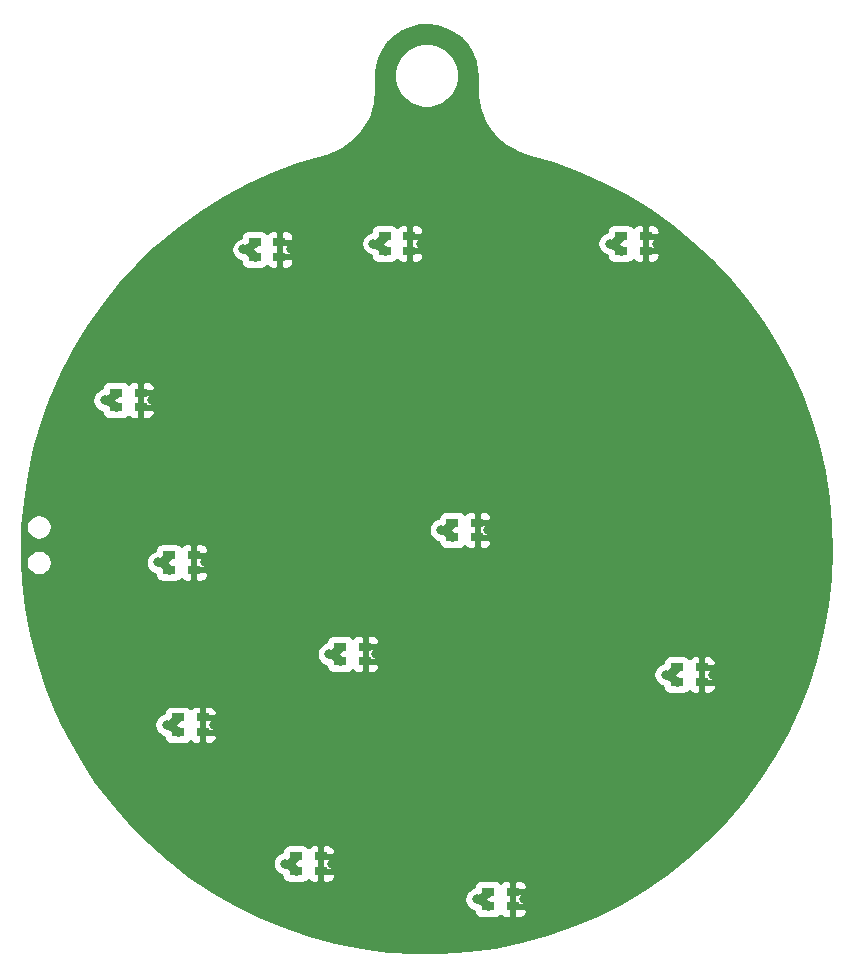
<source format=gbr>
%TF.GenerationSoftware,KiCad,Pcbnew,(5.1.10)-1*%
%TF.CreationDate,2021-10-20T07:52:06+02:00*%
%TF.ProjectId,TVZ_kuglica,54565a5f-6b75-4676-9c69-63612e6b6963,rev?*%
%TF.SameCoordinates,Original*%
%TF.FileFunction,Copper,L1,Top*%
%TF.FilePolarity,Positive*%
%FSLAX46Y46*%
G04 Gerber Fmt 4.6, Leading zero omitted, Abs format (unit mm)*
G04 Created by KiCad (PCBNEW (5.1.10)-1) date 2021-10-20 07:52:06*
%MOMM*%
%LPD*%
G01*
G04 APERTURE LIST*
%TA.AperFunction,SMDPad,CuDef*%
%ADD10R,1.100000X0.750000*%
%TD*%
%TA.AperFunction,ViaPad*%
%ADD11C,0.800000*%
%TD*%
%TA.AperFunction,Conductor*%
%ADD12C,0.762000*%
%TD*%
%TA.AperFunction,Conductor*%
%ADD13C,0.254000*%
%TD*%
%TA.AperFunction,Conductor*%
%ADD14C,0.100000*%
%TD*%
G04 APERTURE END LIST*
D10*
%TO.P,D1,1*%
%TO.N,Net-(D1-Pad1)*%
X110700000Y-86875000D03*
%TO.P,D1,2*%
%TO.N,GND*%
X112800000Y-86875000D03*
%TO.P,D1,1*%
%TO.N,Net-(D1-Pad1)*%
X110700000Y-88125000D03*
%TO.P,D1,2*%
%TO.N,GND*%
X112800000Y-88125000D03*
%TD*%
%TO.P,D2,2*%
%TO.N,GND*%
X124550000Y-75375000D03*
%TO.P,D2,1*%
%TO.N,Net-(D2-Pad1)*%
X122450000Y-75375000D03*
%TO.P,D2,2*%
%TO.N,GND*%
X124550000Y-74125000D03*
%TO.P,D2,1*%
%TO.N,Net-(D2-Pad1)*%
X122450000Y-74125000D03*
%TD*%
%TO.P,D3,1*%
%TO.N,Net-(D3-Pad1)*%
X153450000Y-73625000D03*
%TO.P,D3,2*%
%TO.N,GND*%
X155550000Y-73625000D03*
%TO.P,D3,1*%
%TO.N,Net-(D3-Pad1)*%
X153450000Y-74875000D03*
%TO.P,D3,2*%
%TO.N,GND*%
X155550000Y-74875000D03*
%TD*%
%TO.P,D4,2*%
%TO.N,GND*%
X131800000Y-109625000D03*
%TO.P,D4,1*%
%TO.N,Net-(D4-Pad1)*%
X129700000Y-109625000D03*
%TO.P,D4,2*%
%TO.N,GND*%
X131800000Y-108375000D03*
%TO.P,D4,1*%
%TO.N,Net-(D4-Pad1)*%
X129700000Y-108375000D03*
%TD*%
%TO.P,D5,1*%
%TO.N,Net-(D5-Pad1)*%
X115950000Y-114375000D03*
%TO.P,D5,2*%
%TO.N,GND*%
X118050000Y-114375000D03*
%TO.P,D5,1*%
%TO.N,Net-(D5-Pad1)*%
X115950000Y-115625000D03*
%TO.P,D5,2*%
%TO.N,GND*%
X118050000Y-115625000D03*
%TD*%
%TO.P,D6,2*%
%TO.N,GND*%
X117300000Y-101875000D03*
%TO.P,D6,1*%
%TO.N,Net-(D6-Pad1)*%
X115200000Y-101875000D03*
%TO.P,D6,2*%
%TO.N,GND*%
X117300000Y-100625000D03*
%TO.P,D6,1*%
%TO.N,Net-(D6-Pad1)*%
X115200000Y-100625000D03*
%TD*%
%TO.P,D7,1*%
%TO.N,Net-(D7-Pad1)*%
X142200000Y-129125000D03*
%TO.P,D7,2*%
%TO.N,GND*%
X144300000Y-129125000D03*
%TO.P,D7,1*%
%TO.N,Net-(D7-Pad1)*%
X142200000Y-130375000D03*
%TO.P,D7,2*%
%TO.N,GND*%
X144300000Y-130375000D03*
%TD*%
%TO.P,D8,2*%
%TO.N,GND*%
X160300000Y-111375000D03*
%TO.P,D8,1*%
%TO.N,Net-(D8-Pad1)*%
X158200000Y-111375000D03*
%TO.P,D8,2*%
%TO.N,GND*%
X160300000Y-110125000D03*
%TO.P,D8,1*%
%TO.N,Net-(D8-Pad1)*%
X158200000Y-110125000D03*
%TD*%
%TO.P,D9,1*%
%TO.N,Net-(D9-Pad1)*%
X133450000Y-73625000D03*
%TO.P,D9,2*%
%TO.N,GND*%
X135550000Y-73625000D03*
%TO.P,D9,1*%
%TO.N,Net-(D9-Pad1)*%
X133450000Y-74875000D03*
%TO.P,D9,2*%
%TO.N,GND*%
X135550000Y-74875000D03*
%TD*%
%TO.P,D10,2*%
%TO.N,GND*%
X141300000Y-99125000D03*
%TO.P,D10,1*%
%TO.N,Net-(D10-Pad1)*%
X139200000Y-99125000D03*
%TO.P,D10,2*%
%TO.N,GND*%
X141300000Y-97875000D03*
%TO.P,D10,1*%
%TO.N,Net-(D10-Pad1)*%
X139200000Y-97875000D03*
%TD*%
%TO.P,D11,1*%
%TO.N,Net-(D11-Pad1)*%
X125950000Y-126125000D03*
%TO.P,D11,2*%
%TO.N,GND*%
X128050000Y-126125000D03*
%TO.P,D11,1*%
%TO.N,Net-(D11-Pad1)*%
X125950000Y-127375000D03*
%TO.P,D11,2*%
%TO.N,GND*%
X128050000Y-127375000D03*
%TD*%
D11*
%TO.N,Net-(D1-Pad1)*%
X109750000Y-87500000D03*
%TO.N,GND*%
X156500000Y-74250000D03*
X136500000Y-74250000D03*
X125500000Y-74750000D03*
X113750000Y-87500000D03*
X118250000Y-101250000D03*
X142250000Y-98500000D03*
X132750000Y-109000000D03*
X119000000Y-115000000D03*
X129000000Y-126750000D03*
X145250000Y-129750000D03*
X161250000Y-110750000D03*
X139250000Y-93000000D03*
X116000000Y-84750000D03*
X116000000Y-75250000D03*
X140000000Y-74500000D03*
X157750000Y-91250000D03*
X136000000Y-105000000D03*
X117250000Y-104000000D03*
X107500000Y-107250000D03*
X134250000Y-116000000D03*
X147500000Y-116750000D03*
X165500000Y-104000000D03*
X160500000Y-115250000D03*
X143250000Y-124250000D03*
X157250000Y-125000000D03*
X129750000Y-132000000D03*
X120000000Y-123750000D03*
%TO.N,Net-(D2-Pad1)*%
X121500000Y-74750000D03*
%TO.N,Net-(D3-Pad1)*%
X152500000Y-74250000D03*
%TO.N,Net-(D4-Pad1)*%
X128750000Y-109000000D03*
%TO.N,Net-(D5-Pad1)*%
X115000000Y-115000000D03*
%TO.N,Net-(D6-Pad1)*%
X114250000Y-101250000D03*
%TO.N,Net-(D7-Pad1)*%
X141250000Y-129750000D03*
%TO.N,Net-(D8-Pad1)*%
X157250000Y-110750000D03*
%TO.N,Net-(D9-Pad1)*%
X132500000Y-74250000D03*
%TO.N,Net-(D10-Pad1)*%
X138250000Y-98500000D03*
%TO.N,Net-(D11-Pad1)*%
X125000000Y-126750000D03*
%TD*%
D12*
%TO.N,Net-(D1-Pad1)*%
X110075000Y-87500000D02*
X110700000Y-86875000D01*
X110075000Y-87500000D02*
X110700000Y-88125000D01*
X109750000Y-87500000D02*
X110075000Y-87500000D01*
%TO.N,Net-(D2-Pad1)*%
X121825000Y-74750000D02*
X122450000Y-74125000D01*
X121825000Y-74750000D02*
X122450000Y-75375000D01*
X121500000Y-74750000D02*
X121825000Y-74750000D01*
%TO.N,Net-(D3-Pad1)*%
X152825000Y-74250000D02*
X153450000Y-73625000D01*
X152825000Y-74250000D02*
X153450000Y-74875000D01*
X152500000Y-74250000D02*
X152825000Y-74250000D01*
%TO.N,Net-(D4-Pad1)*%
X129075000Y-109000000D02*
X129700000Y-109625000D01*
X129075000Y-109000000D02*
X129700000Y-108375000D01*
X128750000Y-109000000D02*
X129075000Y-109000000D01*
%TO.N,Net-(D5-Pad1)*%
X115325000Y-115000000D02*
X115950000Y-114375000D01*
X115325000Y-115000000D02*
X115950000Y-115625000D01*
X115000000Y-115000000D02*
X115325000Y-115000000D01*
%TO.N,Net-(D6-Pad1)*%
X114575000Y-101250000D02*
X115200000Y-100625000D01*
X114575000Y-101250000D02*
X115200000Y-101875000D01*
X114250000Y-101250000D02*
X114575000Y-101250000D01*
%TO.N,Net-(D7-Pad1)*%
X141575000Y-129750000D02*
X142200000Y-129125000D01*
X141575000Y-129750000D02*
X142200000Y-130375000D01*
X141250000Y-129750000D02*
X141575000Y-129750000D01*
%TO.N,Net-(D8-Pad1)*%
X157575000Y-110750000D02*
X158200000Y-110125000D01*
X157575000Y-110750000D02*
X158200000Y-111375000D01*
X157250000Y-110750000D02*
X157575000Y-110750000D01*
%TO.N,Net-(D9-Pad1)*%
X132825000Y-74250000D02*
X133450000Y-73625000D01*
X132825000Y-74250000D02*
X133450000Y-74875000D01*
X132500000Y-74250000D02*
X132825000Y-74250000D01*
%TO.N,Net-(D10-Pad1)*%
X138575000Y-98500000D02*
X139200000Y-99125000D01*
X138575000Y-98500000D02*
X139200000Y-97875000D01*
X138250000Y-98500000D02*
X138575000Y-98500000D01*
%TO.N,Net-(D11-Pad1)*%
X125325000Y-126750000D02*
X125950000Y-126125000D01*
X125325000Y-126750000D02*
X125950000Y-127375000D01*
X125000000Y-126750000D02*
X125325000Y-126750000D01*
%TD*%
D13*
%TO.N,GND*%
X137886138Y-55831059D02*
X138610388Y-56053867D01*
X139283738Y-56401409D01*
X139884901Y-56862699D01*
X140394872Y-57423149D01*
X140797540Y-58065057D01*
X141080170Y-58768122D01*
X141236190Y-59521513D01*
X141265000Y-60021169D01*
X141265001Y-61306272D01*
X141266298Y-61319440D01*
X141278413Y-61656049D01*
X141278863Y-61659632D01*
X141278707Y-61663242D01*
X141287438Y-61747410D01*
X141429908Y-62624862D01*
X141435629Y-62647269D01*
X141438736Y-62670183D01*
X141462234Y-62751474D01*
X141757835Y-63589830D01*
X141767433Y-63610870D01*
X141774549Y-63632871D01*
X141812059Y-63708691D01*
X141812071Y-63708717D01*
X141812077Y-63708725D01*
X142251461Y-64481476D01*
X142264630Y-64500478D01*
X142275533Y-64520879D01*
X142325894Y-64588881D01*
X142895182Y-65271616D01*
X142911512Y-65287990D01*
X142925851Y-65306132D01*
X142987458Y-65364142D01*
X143668651Y-65935276D01*
X143687625Y-65948502D01*
X143704950Y-65963817D01*
X143775855Y-66010000D01*
X144547423Y-66451478D01*
X144568436Y-66461133D01*
X144588200Y-66473139D01*
X144666163Y-66506036D01*
X145503715Y-66803905D01*
X145508021Y-66805017D01*
X145525587Y-66811299D01*
X145542755Y-66816572D01*
X147746053Y-67464098D01*
X149878711Y-68247813D01*
X151954729Y-69171140D01*
X153965017Y-70230036D01*
X155900673Y-71419812D01*
X157753239Y-72735268D01*
X159514561Y-74170616D01*
X161176886Y-75719540D01*
X162732884Y-77375207D01*
X164175738Y-79130360D01*
X165499106Y-80977290D01*
X166697162Y-82907865D01*
X167764630Y-84913581D01*
X168696830Y-86985643D01*
X169489658Y-89114933D01*
X170139624Y-91292080D01*
X170643873Y-93507517D01*
X171000188Y-95751501D01*
X171207004Y-98014175D01*
X171263407Y-100285560D01*
X171169153Y-102555700D01*
X170924654Y-104814605D01*
X170530986Y-107052337D01*
X169989882Y-109259064D01*
X169303718Y-111425077D01*
X168475512Y-113540851D01*
X167508906Y-115597090D01*
X166408155Y-117584736D01*
X165178083Y-119495080D01*
X163824120Y-121319689D01*
X162352204Y-123050560D01*
X160768823Y-124680064D01*
X159080926Y-126201055D01*
X157295931Y-127606843D01*
X155421695Y-128891239D01*
X153466456Y-130048599D01*
X151438820Y-131073832D01*
X149347702Y-131962428D01*
X147202263Y-132710493D01*
X145011999Y-133314718D01*
X142786467Y-133772464D01*
X140535523Y-134081705D01*
X138269022Y-134241089D01*
X135996953Y-134249911D01*
X133729262Y-134108134D01*
X131475992Y-133816385D01*
X129246983Y-133375938D01*
X127052076Y-132788738D01*
X124900917Y-132057366D01*
X122802939Y-131185029D01*
X120767401Y-130175574D01*
X119860225Y-129648061D01*
X140215000Y-129648061D01*
X140215000Y-129851939D01*
X140254774Y-130051898D01*
X140332795Y-130240256D01*
X140446063Y-130409774D01*
X140590226Y-130553937D01*
X140759744Y-130667205D01*
X140948102Y-130745226D01*
X141012724Y-130758080D01*
X141024188Y-130874482D01*
X141060498Y-130994180D01*
X141119463Y-131104494D01*
X141198815Y-131201185D01*
X141295506Y-131280537D01*
X141405820Y-131339502D01*
X141525518Y-131375812D01*
X141650000Y-131388072D01*
X142120375Y-131388072D01*
X142199999Y-131395914D01*
X142279623Y-131388072D01*
X142750000Y-131388072D01*
X142874482Y-131375812D01*
X142994180Y-131339502D01*
X143104494Y-131280537D01*
X143201185Y-131201185D01*
X143250000Y-131141704D01*
X143298815Y-131201185D01*
X143395506Y-131280537D01*
X143505820Y-131339502D01*
X143625518Y-131375812D01*
X143750000Y-131388072D01*
X144014250Y-131385000D01*
X144173000Y-131226250D01*
X144173000Y-130502000D01*
X144427000Y-130502000D01*
X144427000Y-131226250D01*
X144585750Y-131385000D01*
X144850000Y-131388072D01*
X144974482Y-131375812D01*
X145094180Y-131339502D01*
X145204494Y-131280537D01*
X145301185Y-131201185D01*
X145380537Y-131104494D01*
X145439502Y-130994180D01*
X145475812Y-130874482D01*
X145488072Y-130750000D01*
X145485000Y-130660750D01*
X145326250Y-130502000D01*
X144427000Y-130502000D01*
X144173000Y-130502000D01*
X144153000Y-130502000D01*
X144153000Y-130248000D01*
X144173000Y-130248000D01*
X144173000Y-129252000D01*
X144427000Y-129252000D01*
X144427000Y-130248000D01*
X145326250Y-130248000D01*
X145485000Y-130089250D01*
X145488072Y-130000000D01*
X145475812Y-129875518D01*
X145439502Y-129755820D01*
X145436391Y-129750000D01*
X145439502Y-129744180D01*
X145475812Y-129624482D01*
X145488072Y-129500000D01*
X145485000Y-129410750D01*
X145326250Y-129252000D01*
X144427000Y-129252000D01*
X144173000Y-129252000D01*
X144153000Y-129252000D01*
X144153000Y-128998000D01*
X144173000Y-128998000D01*
X144173000Y-128273750D01*
X144427000Y-128273750D01*
X144427000Y-128998000D01*
X145326250Y-128998000D01*
X145485000Y-128839250D01*
X145488072Y-128750000D01*
X145475812Y-128625518D01*
X145439502Y-128505820D01*
X145380537Y-128395506D01*
X145301185Y-128298815D01*
X145204494Y-128219463D01*
X145094180Y-128160498D01*
X144974482Y-128124188D01*
X144850000Y-128111928D01*
X144585750Y-128115000D01*
X144427000Y-128273750D01*
X144173000Y-128273750D01*
X144014250Y-128115000D01*
X143750000Y-128111928D01*
X143625518Y-128124188D01*
X143505820Y-128160498D01*
X143395506Y-128219463D01*
X143298815Y-128298815D01*
X143250000Y-128358296D01*
X143201185Y-128298815D01*
X143104494Y-128219463D01*
X142994180Y-128160498D01*
X142874482Y-128124188D01*
X142750000Y-128111928D01*
X142279623Y-128111928D01*
X142199999Y-128104086D01*
X142120375Y-128111928D01*
X141650000Y-128111928D01*
X141525518Y-128124188D01*
X141405820Y-128160498D01*
X141295506Y-128219463D01*
X141198815Y-128298815D01*
X141119463Y-128395506D01*
X141060498Y-128505820D01*
X141024188Y-128625518D01*
X141012724Y-128741920D01*
X140948102Y-128754774D01*
X140759744Y-128832795D01*
X140590226Y-128946063D01*
X140446063Y-129090226D01*
X140332795Y-129259744D01*
X140254774Y-129448102D01*
X140215000Y-129648061D01*
X119860225Y-129648061D01*
X118803237Y-129033435D01*
X116919085Y-127763634D01*
X115479732Y-126648061D01*
X123965000Y-126648061D01*
X123965000Y-126851939D01*
X124004774Y-127051898D01*
X124082795Y-127240256D01*
X124196063Y-127409774D01*
X124340226Y-127553937D01*
X124509744Y-127667205D01*
X124698102Y-127745226D01*
X124762724Y-127758080D01*
X124774188Y-127874482D01*
X124810498Y-127994180D01*
X124869463Y-128104494D01*
X124948815Y-128201185D01*
X125045506Y-128280537D01*
X125155820Y-128339502D01*
X125275518Y-128375812D01*
X125400000Y-128388072D01*
X125870375Y-128388072D01*
X125949999Y-128395914D01*
X126029623Y-128388072D01*
X126500000Y-128388072D01*
X126624482Y-128375812D01*
X126744180Y-128339502D01*
X126854494Y-128280537D01*
X126951185Y-128201185D01*
X127000000Y-128141704D01*
X127048815Y-128201185D01*
X127145506Y-128280537D01*
X127255820Y-128339502D01*
X127375518Y-128375812D01*
X127500000Y-128388072D01*
X127764250Y-128385000D01*
X127923000Y-128226250D01*
X127923000Y-127502000D01*
X128177000Y-127502000D01*
X128177000Y-128226250D01*
X128335750Y-128385000D01*
X128600000Y-128388072D01*
X128724482Y-128375812D01*
X128844180Y-128339502D01*
X128954494Y-128280537D01*
X129051185Y-128201185D01*
X129130537Y-128104494D01*
X129189502Y-127994180D01*
X129225812Y-127874482D01*
X129238072Y-127750000D01*
X129235000Y-127660750D01*
X129076250Y-127502000D01*
X128177000Y-127502000D01*
X127923000Y-127502000D01*
X127903000Y-127502000D01*
X127903000Y-127248000D01*
X127923000Y-127248000D01*
X127923000Y-126252000D01*
X128177000Y-126252000D01*
X128177000Y-127248000D01*
X129076250Y-127248000D01*
X129235000Y-127089250D01*
X129238072Y-127000000D01*
X129225812Y-126875518D01*
X129189502Y-126755820D01*
X129186391Y-126750000D01*
X129189502Y-126744180D01*
X129225812Y-126624482D01*
X129238072Y-126500000D01*
X129235000Y-126410750D01*
X129076250Y-126252000D01*
X128177000Y-126252000D01*
X127923000Y-126252000D01*
X127903000Y-126252000D01*
X127903000Y-125998000D01*
X127923000Y-125998000D01*
X127923000Y-125273750D01*
X128177000Y-125273750D01*
X128177000Y-125998000D01*
X129076250Y-125998000D01*
X129235000Y-125839250D01*
X129238072Y-125750000D01*
X129225812Y-125625518D01*
X129189502Y-125505820D01*
X129130537Y-125395506D01*
X129051185Y-125298815D01*
X128954494Y-125219463D01*
X128844180Y-125160498D01*
X128724482Y-125124188D01*
X128600000Y-125111928D01*
X128335750Y-125115000D01*
X128177000Y-125273750D01*
X127923000Y-125273750D01*
X127764250Y-125115000D01*
X127500000Y-125111928D01*
X127375518Y-125124188D01*
X127255820Y-125160498D01*
X127145506Y-125219463D01*
X127048815Y-125298815D01*
X127000000Y-125358296D01*
X126951185Y-125298815D01*
X126854494Y-125219463D01*
X126744180Y-125160498D01*
X126624482Y-125124188D01*
X126500000Y-125111928D01*
X126029623Y-125111928D01*
X125949999Y-125104086D01*
X125870375Y-125111928D01*
X125400000Y-125111928D01*
X125275518Y-125124188D01*
X125155820Y-125160498D01*
X125045506Y-125219463D01*
X124948815Y-125298815D01*
X124869463Y-125395506D01*
X124810498Y-125505820D01*
X124774188Y-125625518D01*
X124762724Y-125741920D01*
X124698102Y-125754774D01*
X124509744Y-125832795D01*
X124340226Y-125946063D01*
X124196063Y-126090226D01*
X124082795Y-126259744D01*
X124004774Y-126448102D01*
X123965000Y-126648061D01*
X115479732Y-126648061D01*
X115123223Y-126371749D01*
X113423564Y-124863914D01*
X111827572Y-123246751D01*
X110342263Y-121527368D01*
X108974171Y-119713331D01*
X107729304Y-117812605D01*
X106613144Y-115833557D01*
X106164478Y-114898061D01*
X113965000Y-114898061D01*
X113965000Y-115101939D01*
X114004774Y-115301898D01*
X114082795Y-115490256D01*
X114196063Y-115659774D01*
X114340226Y-115803937D01*
X114509744Y-115917205D01*
X114698102Y-115995226D01*
X114762724Y-116008080D01*
X114774188Y-116124482D01*
X114810498Y-116244180D01*
X114869463Y-116354494D01*
X114948815Y-116451185D01*
X115045506Y-116530537D01*
X115155820Y-116589502D01*
X115275518Y-116625812D01*
X115400000Y-116638072D01*
X115870375Y-116638072D01*
X115949999Y-116645914D01*
X116029623Y-116638072D01*
X116500000Y-116638072D01*
X116624482Y-116625812D01*
X116744180Y-116589502D01*
X116854494Y-116530537D01*
X116951185Y-116451185D01*
X117000000Y-116391704D01*
X117048815Y-116451185D01*
X117145506Y-116530537D01*
X117255820Y-116589502D01*
X117375518Y-116625812D01*
X117500000Y-116638072D01*
X117764250Y-116635000D01*
X117923000Y-116476250D01*
X117923000Y-115752000D01*
X118177000Y-115752000D01*
X118177000Y-116476250D01*
X118335750Y-116635000D01*
X118600000Y-116638072D01*
X118724482Y-116625812D01*
X118844180Y-116589502D01*
X118954494Y-116530537D01*
X119051185Y-116451185D01*
X119130537Y-116354494D01*
X119189502Y-116244180D01*
X119225812Y-116124482D01*
X119238072Y-116000000D01*
X119235000Y-115910750D01*
X119076250Y-115752000D01*
X118177000Y-115752000D01*
X117923000Y-115752000D01*
X117903000Y-115752000D01*
X117903000Y-115498000D01*
X117923000Y-115498000D01*
X117923000Y-114502000D01*
X118177000Y-114502000D01*
X118177000Y-115498000D01*
X119076250Y-115498000D01*
X119235000Y-115339250D01*
X119238072Y-115250000D01*
X119225812Y-115125518D01*
X119189502Y-115005820D01*
X119186391Y-115000000D01*
X119189502Y-114994180D01*
X119225812Y-114874482D01*
X119238072Y-114750000D01*
X119235000Y-114660750D01*
X119076250Y-114502000D01*
X118177000Y-114502000D01*
X117923000Y-114502000D01*
X117903000Y-114502000D01*
X117903000Y-114248000D01*
X117923000Y-114248000D01*
X117923000Y-113523750D01*
X118177000Y-113523750D01*
X118177000Y-114248000D01*
X119076250Y-114248000D01*
X119235000Y-114089250D01*
X119238072Y-114000000D01*
X119225812Y-113875518D01*
X119189502Y-113755820D01*
X119130537Y-113645506D01*
X119051185Y-113548815D01*
X118954494Y-113469463D01*
X118844180Y-113410498D01*
X118724482Y-113374188D01*
X118600000Y-113361928D01*
X118335750Y-113365000D01*
X118177000Y-113523750D01*
X117923000Y-113523750D01*
X117764250Y-113365000D01*
X117500000Y-113361928D01*
X117375518Y-113374188D01*
X117255820Y-113410498D01*
X117145506Y-113469463D01*
X117048815Y-113548815D01*
X117000000Y-113608296D01*
X116951185Y-113548815D01*
X116854494Y-113469463D01*
X116744180Y-113410498D01*
X116624482Y-113374188D01*
X116500000Y-113361928D01*
X116029623Y-113361928D01*
X115949999Y-113354086D01*
X115870375Y-113361928D01*
X115400000Y-113361928D01*
X115275518Y-113374188D01*
X115155820Y-113410498D01*
X115045506Y-113469463D01*
X114948815Y-113548815D01*
X114869463Y-113645506D01*
X114810498Y-113755820D01*
X114774188Y-113875518D01*
X114762724Y-113991920D01*
X114698102Y-114004774D01*
X114509744Y-114082795D01*
X114340226Y-114196063D01*
X114196063Y-114340226D01*
X114082795Y-114509744D01*
X114004774Y-114698102D01*
X113965000Y-114898061D01*
X106164478Y-114898061D01*
X105630601Y-113784897D01*
X104785986Y-111675609D01*
X104451670Y-110648061D01*
X156215000Y-110648061D01*
X156215000Y-110851939D01*
X156254774Y-111051898D01*
X156332795Y-111240256D01*
X156446063Y-111409774D01*
X156590226Y-111553937D01*
X156759744Y-111667205D01*
X156948102Y-111745226D01*
X157012724Y-111758080D01*
X157024188Y-111874482D01*
X157060498Y-111994180D01*
X157119463Y-112104494D01*
X157198815Y-112201185D01*
X157295506Y-112280537D01*
X157405820Y-112339502D01*
X157525518Y-112375812D01*
X157650000Y-112388072D01*
X158120375Y-112388072D01*
X158199999Y-112395914D01*
X158279623Y-112388072D01*
X158750000Y-112388072D01*
X158874482Y-112375812D01*
X158994180Y-112339502D01*
X159104494Y-112280537D01*
X159201185Y-112201185D01*
X159250000Y-112141704D01*
X159298815Y-112201185D01*
X159395506Y-112280537D01*
X159505820Y-112339502D01*
X159625518Y-112375812D01*
X159750000Y-112388072D01*
X160014250Y-112385000D01*
X160173000Y-112226250D01*
X160173000Y-111502000D01*
X160427000Y-111502000D01*
X160427000Y-112226250D01*
X160585750Y-112385000D01*
X160850000Y-112388072D01*
X160974482Y-112375812D01*
X161094180Y-112339502D01*
X161204494Y-112280537D01*
X161301185Y-112201185D01*
X161380537Y-112104494D01*
X161439502Y-111994180D01*
X161475812Y-111874482D01*
X161488072Y-111750000D01*
X161485000Y-111660750D01*
X161326250Y-111502000D01*
X160427000Y-111502000D01*
X160173000Y-111502000D01*
X160153000Y-111502000D01*
X160153000Y-111248000D01*
X160173000Y-111248000D01*
X160173000Y-110252000D01*
X160427000Y-110252000D01*
X160427000Y-111248000D01*
X161326250Y-111248000D01*
X161485000Y-111089250D01*
X161488072Y-111000000D01*
X161475812Y-110875518D01*
X161439502Y-110755820D01*
X161436391Y-110750000D01*
X161439502Y-110744180D01*
X161475812Y-110624482D01*
X161488072Y-110500000D01*
X161485000Y-110410750D01*
X161326250Y-110252000D01*
X160427000Y-110252000D01*
X160173000Y-110252000D01*
X160153000Y-110252000D01*
X160153000Y-109998000D01*
X160173000Y-109998000D01*
X160173000Y-109273750D01*
X160427000Y-109273750D01*
X160427000Y-109998000D01*
X161326250Y-109998000D01*
X161485000Y-109839250D01*
X161488072Y-109750000D01*
X161475812Y-109625518D01*
X161439502Y-109505820D01*
X161380537Y-109395506D01*
X161301185Y-109298815D01*
X161204494Y-109219463D01*
X161094180Y-109160498D01*
X160974482Y-109124188D01*
X160850000Y-109111928D01*
X160585750Y-109115000D01*
X160427000Y-109273750D01*
X160173000Y-109273750D01*
X160014250Y-109115000D01*
X159750000Y-109111928D01*
X159625518Y-109124188D01*
X159505820Y-109160498D01*
X159395506Y-109219463D01*
X159298815Y-109298815D01*
X159250000Y-109358296D01*
X159201185Y-109298815D01*
X159104494Y-109219463D01*
X158994180Y-109160498D01*
X158874482Y-109124188D01*
X158750000Y-109111928D01*
X158279623Y-109111928D01*
X158199999Y-109104086D01*
X158120375Y-109111928D01*
X157650000Y-109111928D01*
X157525518Y-109124188D01*
X157405820Y-109160498D01*
X157295506Y-109219463D01*
X157198815Y-109298815D01*
X157119463Y-109395506D01*
X157060498Y-109505820D01*
X157024188Y-109625518D01*
X157012724Y-109741920D01*
X156948102Y-109754774D01*
X156759744Y-109832795D01*
X156590226Y-109946063D01*
X156446063Y-110090226D01*
X156332795Y-110259744D01*
X156254774Y-110448102D01*
X156215000Y-110648061D01*
X104451670Y-110648061D01*
X104083026Y-109515005D01*
X103926658Y-108898061D01*
X127715000Y-108898061D01*
X127715000Y-109101939D01*
X127754774Y-109301898D01*
X127832795Y-109490256D01*
X127946063Y-109659774D01*
X128090226Y-109803937D01*
X128259744Y-109917205D01*
X128448102Y-109995226D01*
X128512724Y-110008080D01*
X128524188Y-110124482D01*
X128560498Y-110244180D01*
X128619463Y-110354494D01*
X128698815Y-110451185D01*
X128795506Y-110530537D01*
X128905820Y-110589502D01*
X129025518Y-110625812D01*
X129150000Y-110638072D01*
X129620375Y-110638072D01*
X129699999Y-110645914D01*
X129779623Y-110638072D01*
X130250000Y-110638072D01*
X130374482Y-110625812D01*
X130494180Y-110589502D01*
X130604494Y-110530537D01*
X130701185Y-110451185D01*
X130750000Y-110391704D01*
X130798815Y-110451185D01*
X130895506Y-110530537D01*
X131005820Y-110589502D01*
X131125518Y-110625812D01*
X131250000Y-110638072D01*
X131514250Y-110635000D01*
X131673000Y-110476250D01*
X131673000Y-109752000D01*
X131927000Y-109752000D01*
X131927000Y-110476250D01*
X132085750Y-110635000D01*
X132350000Y-110638072D01*
X132474482Y-110625812D01*
X132594180Y-110589502D01*
X132704494Y-110530537D01*
X132801185Y-110451185D01*
X132880537Y-110354494D01*
X132939502Y-110244180D01*
X132975812Y-110124482D01*
X132988072Y-110000000D01*
X132985000Y-109910750D01*
X132826250Y-109752000D01*
X131927000Y-109752000D01*
X131673000Y-109752000D01*
X131653000Y-109752000D01*
X131653000Y-109498000D01*
X131673000Y-109498000D01*
X131673000Y-108502000D01*
X131927000Y-108502000D01*
X131927000Y-109498000D01*
X132826250Y-109498000D01*
X132985000Y-109339250D01*
X132988072Y-109250000D01*
X132975812Y-109125518D01*
X132939502Y-109005820D01*
X132936391Y-109000000D01*
X132939502Y-108994180D01*
X132975812Y-108874482D01*
X132988072Y-108750000D01*
X132985000Y-108660750D01*
X132826250Y-108502000D01*
X131927000Y-108502000D01*
X131673000Y-108502000D01*
X131653000Y-108502000D01*
X131653000Y-108248000D01*
X131673000Y-108248000D01*
X131673000Y-107523750D01*
X131927000Y-107523750D01*
X131927000Y-108248000D01*
X132826250Y-108248000D01*
X132985000Y-108089250D01*
X132988072Y-108000000D01*
X132975812Y-107875518D01*
X132939502Y-107755820D01*
X132880537Y-107645506D01*
X132801185Y-107548815D01*
X132704494Y-107469463D01*
X132594180Y-107410498D01*
X132474482Y-107374188D01*
X132350000Y-107361928D01*
X132085750Y-107365000D01*
X131927000Y-107523750D01*
X131673000Y-107523750D01*
X131514250Y-107365000D01*
X131250000Y-107361928D01*
X131125518Y-107374188D01*
X131005820Y-107410498D01*
X130895506Y-107469463D01*
X130798815Y-107548815D01*
X130750000Y-107608296D01*
X130701185Y-107548815D01*
X130604494Y-107469463D01*
X130494180Y-107410498D01*
X130374482Y-107374188D01*
X130250000Y-107361928D01*
X129779623Y-107361928D01*
X129699999Y-107354086D01*
X129620375Y-107361928D01*
X129150000Y-107361928D01*
X129025518Y-107374188D01*
X128905820Y-107410498D01*
X128795506Y-107469463D01*
X128698815Y-107548815D01*
X128619463Y-107645506D01*
X128560498Y-107755820D01*
X128524188Y-107875518D01*
X128512724Y-107991920D01*
X128448102Y-108004774D01*
X128259744Y-108082795D01*
X128090226Y-108196063D01*
X127946063Y-108340226D01*
X127832795Y-108509744D01*
X127754774Y-108698102D01*
X127715000Y-108898061D01*
X103926658Y-108898061D01*
X103524797Y-107312547D01*
X103113763Y-105077935D01*
X102851726Y-102820985D01*
X102769006Y-101143137D01*
X103085000Y-101143137D01*
X103085000Y-101356863D01*
X103126696Y-101566483D01*
X103208485Y-101763940D01*
X103327225Y-101941647D01*
X103478353Y-102092775D01*
X103656060Y-102211515D01*
X103853517Y-102293304D01*
X104063137Y-102335000D01*
X104276863Y-102335000D01*
X104486483Y-102293304D01*
X104683940Y-102211515D01*
X104861647Y-102092775D01*
X105012775Y-101941647D01*
X105131515Y-101763940D01*
X105213304Y-101566483D01*
X105255000Y-101356863D01*
X105255000Y-101148061D01*
X113215000Y-101148061D01*
X113215000Y-101351939D01*
X113254774Y-101551898D01*
X113332795Y-101740256D01*
X113446063Y-101909774D01*
X113590226Y-102053937D01*
X113759744Y-102167205D01*
X113948102Y-102245226D01*
X114012724Y-102258080D01*
X114024188Y-102374482D01*
X114060498Y-102494180D01*
X114119463Y-102604494D01*
X114198815Y-102701185D01*
X114295506Y-102780537D01*
X114405820Y-102839502D01*
X114525518Y-102875812D01*
X114650000Y-102888072D01*
X115120375Y-102888072D01*
X115199999Y-102895914D01*
X115279623Y-102888072D01*
X115750000Y-102888072D01*
X115874482Y-102875812D01*
X115994180Y-102839502D01*
X116104494Y-102780537D01*
X116201185Y-102701185D01*
X116250000Y-102641704D01*
X116298815Y-102701185D01*
X116395506Y-102780537D01*
X116505820Y-102839502D01*
X116625518Y-102875812D01*
X116750000Y-102888072D01*
X117014250Y-102885000D01*
X117173000Y-102726250D01*
X117173000Y-102002000D01*
X117427000Y-102002000D01*
X117427000Y-102726250D01*
X117585750Y-102885000D01*
X117850000Y-102888072D01*
X117974482Y-102875812D01*
X118094180Y-102839502D01*
X118204494Y-102780537D01*
X118301185Y-102701185D01*
X118380537Y-102604494D01*
X118439502Y-102494180D01*
X118475812Y-102374482D01*
X118488072Y-102250000D01*
X118485000Y-102160750D01*
X118326250Y-102002000D01*
X117427000Y-102002000D01*
X117173000Y-102002000D01*
X117153000Y-102002000D01*
X117153000Y-101748000D01*
X117173000Y-101748000D01*
X117173000Y-100752000D01*
X117427000Y-100752000D01*
X117427000Y-101748000D01*
X118326250Y-101748000D01*
X118485000Y-101589250D01*
X118488072Y-101500000D01*
X118475812Y-101375518D01*
X118439502Y-101255820D01*
X118436391Y-101250000D01*
X118439502Y-101244180D01*
X118475812Y-101124482D01*
X118488072Y-101000000D01*
X118485000Y-100910750D01*
X118326250Y-100752000D01*
X117427000Y-100752000D01*
X117173000Y-100752000D01*
X117153000Y-100752000D01*
X117153000Y-100498000D01*
X117173000Y-100498000D01*
X117173000Y-99773750D01*
X117427000Y-99773750D01*
X117427000Y-100498000D01*
X118326250Y-100498000D01*
X118485000Y-100339250D01*
X118488072Y-100250000D01*
X118475812Y-100125518D01*
X118439502Y-100005820D01*
X118380537Y-99895506D01*
X118301185Y-99798815D01*
X118204494Y-99719463D01*
X118094180Y-99660498D01*
X117974482Y-99624188D01*
X117850000Y-99611928D01*
X117585750Y-99615000D01*
X117427000Y-99773750D01*
X117173000Y-99773750D01*
X117014250Y-99615000D01*
X116750000Y-99611928D01*
X116625518Y-99624188D01*
X116505820Y-99660498D01*
X116395506Y-99719463D01*
X116298815Y-99798815D01*
X116250000Y-99858296D01*
X116201185Y-99798815D01*
X116104494Y-99719463D01*
X115994180Y-99660498D01*
X115874482Y-99624188D01*
X115750000Y-99611928D01*
X115279623Y-99611928D01*
X115199999Y-99604086D01*
X115120375Y-99611928D01*
X114650000Y-99611928D01*
X114525518Y-99624188D01*
X114405820Y-99660498D01*
X114295506Y-99719463D01*
X114198815Y-99798815D01*
X114119463Y-99895506D01*
X114060498Y-100005820D01*
X114024188Y-100125518D01*
X114012724Y-100241920D01*
X113948102Y-100254774D01*
X113759744Y-100332795D01*
X113590226Y-100446063D01*
X113446063Y-100590226D01*
X113332795Y-100759744D01*
X113254774Y-100948102D01*
X113215000Y-101148061D01*
X105255000Y-101148061D01*
X105255000Y-101143137D01*
X105213304Y-100933517D01*
X105131515Y-100736060D01*
X105012775Y-100558353D01*
X104861647Y-100407225D01*
X104683940Y-100288485D01*
X104486483Y-100206696D01*
X104276863Y-100165000D01*
X104063137Y-100165000D01*
X103853517Y-100206696D01*
X103656060Y-100288485D01*
X103478353Y-100407225D01*
X103327225Y-100558353D01*
X103208485Y-100736060D01*
X103126696Y-100933517D01*
X103085000Y-101143137D01*
X102769006Y-101143137D01*
X102739845Y-100551658D01*
X102778607Y-98279882D01*
X102790035Y-98143137D01*
X103085000Y-98143137D01*
X103085000Y-98356863D01*
X103126696Y-98566483D01*
X103208485Y-98763940D01*
X103327225Y-98941647D01*
X103478353Y-99092775D01*
X103656060Y-99211515D01*
X103853517Y-99293304D01*
X104063137Y-99335000D01*
X104276863Y-99335000D01*
X104486483Y-99293304D01*
X104683940Y-99211515D01*
X104861647Y-99092775D01*
X105012775Y-98941647D01*
X105131515Y-98763940D01*
X105213304Y-98566483D01*
X105246805Y-98398061D01*
X137215000Y-98398061D01*
X137215000Y-98601939D01*
X137254774Y-98801898D01*
X137332795Y-98990256D01*
X137446063Y-99159774D01*
X137590226Y-99303937D01*
X137759744Y-99417205D01*
X137948102Y-99495226D01*
X138012724Y-99508080D01*
X138024188Y-99624482D01*
X138060498Y-99744180D01*
X138119463Y-99854494D01*
X138198815Y-99951185D01*
X138295506Y-100030537D01*
X138405820Y-100089502D01*
X138525518Y-100125812D01*
X138650000Y-100138072D01*
X139120375Y-100138072D01*
X139199999Y-100145914D01*
X139279623Y-100138072D01*
X139750000Y-100138072D01*
X139874482Y-100125812D01*
X139994180Y-100089502D01*
X140104494Y-100030537D01*
X140201185Y-99951185D01*
X140250000Y-99891704D01*
X140298815Y-99951185D01*
X140395506Y-100030537D01*
X140505820Y-100089502D01*
X140625518Y-100125812D01*
X140750000Y-100138072D01*
X141014250Y-100135000D01*
X141173000Y-99976250D01*
X141173000Y-99252000D01*
X141427000Y-99252000D01*
X141427000Y-99976250D01*
X141585750Y-100135000D01*
X141850000Y-100138072D01*
X141974482Y-100125812D01*
X142094180Y-100089502D01*
X142204494Y-100030537D01*
X142301185Y-99951185D01*
X142380537Y-99854494D01*
X142439502Y-99744180D01*
X142475812Y-99624482D01*
X142488072Y-99500000D01*
X142485000Y-99410750D01*
X142326250Y-99252000D01*
X141427000Y-99252000D01*
X141173000Y-99252000D01*
X141153000Y-99252000D01*
X141153000Y-98998000D01*
X141173000Y-98998000D01*
X141173000Y-98002000D01*
X141427000Y-98002000D01*
X141427000Y-98998000D01*
X142326250Y-98998000D01*
X142485000Y-98839250D01*
X142488072Y-98750000D01*
X142475812Y-98625518D01*
X142439502Y-98505820D01*
X142436391Y-98500000D01*
X142439502Y-98494180D01*
X142475812Y-98374482D01*
X142488072Y-98250000D01*
X142485000Y-98160750D01*
X142326250Y-98002000D01*
X141427000Y-98002000D01*
X141173000Y-98002000D01*
X141153000Y-98002000D01*
X141153000Y-97748000D01*
X141173000Y-97748000D01*
X141173000Y-97023750D01*
X141427000Y-97023750D01*
X141427000Y-97748000D01*
X142326250Y-97748000D01*
X142485000Y-97589250D01*
X142488072Y-97500000D01*
X142475812Y-97375518D01*
X142439502Y-97255820D01*
X142380537Y-97145506D01*
X142301185Y-97048815D01*
X142204494Y-96969463D01*
X142094180Y-96910498D01*
X141974482Y-96874188D01*
X141850000Y-96861928D01*
X141585750Y-96865000D01*
X141427000Y-97023750D01*
X141173000Y-97023750D01*
X141014250Y-96865000D01*
X140750000Y-96861928D01*
X140625518Y-96874188D01*
X140505820Y-96910498D01*
X140395506Y-96969463D01*
X140298815Y-97048815D01*
X140250000Y-97108296D01*
X140201185Y-97048815D01*
X140104494Y-96969463D01*
X139994180Y-96910498D01*
X139874482Y-96874188D01*
X139750000Y-96861928D01*
X139279623Y-96861928D01*
X139199999Y-96854086D01*
X139120375Y-96861928D01*
X138650000Y-96861928D01*
X138525518Y-96874188D01*
X138405820Y-96910498D01*
X138295506Y-96969463D01*
X138198815Y-97048815D01*
X138119463Y-97145506D01*
X138060498Y-97255820D01*
X138024188Y-97375518D01*
X138012724Y-97491920D01*
X137948102Y-97504774D01*
X137759744Y-97582795D01*
X137590226Y-97696063D01*
X137446063Y-97840226D01*
X137332795Y-98009744D01*
X137254774Y-98198102D01*
X137215000Y-98398061D01*
X105246805Y-98398061D01*
X105255000Y-98356863D01*
X105255000Y-98143137D01*
X105213304Y-97933517D01*
X105131515Y-97736060D01*
X105012775Y-97558353D01*
X104861647Y-97407225D01*
X104683940Y-97288485D01*
X104486483Y-97206696D01*
X104276863Y-97165000D01*
X104063137Y-97165000D01*
X103853517Y-97206696D01*
X103656060Y-97288485D01*
X103478353Y-97407225D01*
X103327225Y-97558353D01*
X103208485Y-97736060D01*
X103126696Y-97933517D01*
X103085000Y-98143137D01*
X102790035Y-98143137D01*
X102967842Y-96015687D01*
X103306719Y-93768999D01*
X103793749Y-91549706D01*
X104426782Y-89367594D01*
X105142758Y-87398061D01*
X108715000Y-87398061D01*
X108715000Y-87601939D01*
X108754774Y-87801898D01*
X108832795Y-87990256D01*
X108946063Y-88159774D01*
X109090226Y-88303937D01*
X109259744Y-88417205D01*
X109448102Y-88495226D01*
X109512724Y-88508080D01*
X109524188Y-88624482D01*
X109560498Y-88744180D01*
X109619463Y-88854494D01*
X109698815Y-88951185D01*
X109795506Y-89030537D01*
X109905820Y-89089502D01*
X110025518Y-89125812D01*
X110150000Y-89138072D01*
X110620375Y-89138072D01*
X110699999Y-89145914D01*
X110779623Y-89138072D01*
X111250000Y-89138072D01*
X111374482Y-89125812D01*
X111494180Y-89089502D01*
X111604494Y-89030537D01*
X111701185Y-88951185D01*
X111750000Y-88891704D01*
X111798815Y-88951185D01*
X111895506Y-89030537D01*
X112005820Y-89089502D01*
X112125518Y-89125812D01*
X112250000Y-89138072D01*
X112514250Y-89135000D01*
X112673000Y-88976250D01*
X112673000Y-88252000D01*
X112927000Y-88252000D01*
X112927000Y-88976250D01*
X113085750Y-89135000D01*
X113350000Y-89138072D01*
X113474482Y-89125812D01*
X113594180Y-89089502D01*
X113704494Y-89030537D01*
X113801185Y-88951185D01*
X113880537Y-88854494D01*
X113939502Y-88744180D01*
X113975812Y-88624482D01*
X113988072Y-88500000D01*
X113985000Y-88410750D01*
X113826250Y-88252000D01*
X112927000Y-88252000D01*
X112673000Y-88252000D01*
X112653000Y-88252000D01*
X112653000Y-87998000D01*
X112673000Y-87998000D01*
X112673000Y-87002000D01*
X112927000Y-87002000D01*
X112927000Y-87998000D01*
X113826250Y-87998000D01*
X113985000Y-87839250D01*
X113988072Y-87750000D01*
X113975812Y-87625518D01*
X113939502Y-87505820D01*
X113936391Y-87500000D01*
X113939502Y-87494180D01*
X113975812Y-87374482D01*
X113988072Y-87250000D01*
X113985000Y-87160750D01*
X113826250Y-87002000D01*
X112927000Y-87002000D01*
X112673000Y-87002000D01*
X112653000Y-87002000D01*
X112653000Y-86748000D01*
X112673000Y-86748000D01*
X112673000Y-86023750D01*
X112927000Y-86023750D01*
X112927000Y-86748000D01*
X113826250Y-86748000D01*
X113985000Y-86589250D01*
X113988072Y-86500000D01*
X113975812Y-86375518D01*
X113939502Y-86255820D01*
X113880537Y-86145506D01*
X113801185Y-86048815D01*
X113704494Y-85969463D01*
X113594180Y-85910498D01*
X113474482Y-85874188D01*
X113350000Y-85861928D01*
X113085750Y-85865000D01*
X112927000Y-86023750D01*
X112673000Y-86023750D01*
X112514250Y-85865000D01*
X112250000Y-85861928D01*
X112125518Y-85874188D01*
X112005820Y-85910498D01*
X111895506Y-85969463D01*
X111798815Y-86048815D01*
X111750000Y-86108296D01*
X111701185Y-86048815D01*
X111604494Y-85969463D01*
X111494180Y-85910498D01*
X111374482Y-85874188D01*
X111250000Y-85861928D01*
X110779623Y-85861928D01*
X110699999Y-85854086D01*
X110620375Y-85861928D01*
X110150000Y-85861928D01*
X110025518Y-85874188D01*
X109905820Y-85910498D01*
X109795506Y-85969463D01*
X109698815Y-86048815D01*
X109619463Y-86145506D01*
X109560498Y-86255820D01*
X109524188Y-86375518D01*
X109512724Y-86491920D01*
X109448102Y-86504774D01*
X109259744Y-86582795D01*
X109090226Y-86696063D01*
X108946063Y-86840226D01*
X108832795Y-87009744D01*
X108754774Y-87198102D01*
X108715000Y-87398061D01*
X105142758Y-87398061D01*
X105203052Y-87232203D01*
X106119133Y-85152960D01*
X107170992Y-83139015D01*
X108354015Y-81199200D01*
X109663000Y-79342048D01*
X111092189Y-77575730D01*
X112635284Y-75908027D01*
X113966613Y-74648061D01*
X120465000Y-74648061D01*
X120465000Y-74851939D01*
X120504774Y-75051898D01*
X120582795Y-75240256D01*
X120696063Y-75409774D01*
X120840226Y-75553937D01*
X121009744Y-75667205D01*
X121198102Y-75745226D01*
X121262724Y-75758080D01*
X121274188Y-75874482D01*
X121310498Y-75994180D01*
X121369463Y-76104494D01*
X121448815Y-76201185D01*
X121545506Y-76280537D01*
X121655820Y-76339502D01*
X121775518Y-76375812D01*
X121900000Y-76388072D01*
X122370375Y-76388072D01*
X122449999Y-76395914D01*
X122529623Y-76388072D01*
X123000000Y-76388072D01*
X123124482Y-76375812D01*
X123244180Y-76339502D01*
X123354494Y-76280537D01*
X123451185Y-76201185D01*
X123500000Y-76141704D01*
X123548815Y-76201185D01*
X123645506Y-76280537D01*
X123755820Y-76339502D01*
X123875518Y-76375812D01*
X124000000Y-76388072D01*
X124264250Y-76385000D01*
X124423000Y-76226250D01*
X124423000Y-75502000D01*
X124677000Y-75502000D01*
X124677000Y-76226250D01*
X124835750Y-76385000D01*
X125100000Y-76388072D01*
X125224482Y-76375812D01*
X125344180Y-76339502D01*
X125454494Y-76280537D01*
X125551185Y-76201185D01*
X125630537Y-76104494D01*
X125689502Y-75994180D01*
X125725812Y-75874482D01*
X125738072Y-75750000D01*
X125735000Y-75660750D01*
X125576250Y-75502000D01*
X124677000Y-75502000D01*
X124423000Y-75502000D01*
X124403000Y-75502000D01*
X124403000Y-75248000D01*
X124423000Y-75248000D01*
X124423000Y-74252000D01*
X124677000Y-74252000D01*
X124677000Y-75248000D01*
X125576250Y-75248000D01*
X125735000Y-75089250D01*
X125738072Y-75000000D01*
X125725812Y-74875518D01*
X125689502Y-74755820D01*
X125686391Y-74750000D01*
X125689502Y-74744180D01*
X125725812Y-74624482D01*
X125738072Y-74500000D01*
X125735000Y-74410750D01*
X125576250Y-74252000D01*
X124677000Y-74252000D01*
X124423000Y-74252000D01*
X124403000Y-74252000D01*
X124403000Y-74148061D01*
X131465000Y-74148061D01*
X131465000Y-74351939D01*
X131504774Y-74551898D01*
X131582795Y-74740256D01*
X131696063Y-74909774D01*
X131840226Y-75053937D01*
X132009744Y-75167205D01*
X132198102Y-75245226D01*
X132262724Y-75258080D01*
X132274188Y-75374482D01*
X132310498Y-75494180D01*
X132369463Y-75604494D01*
X132448815Y-75701185D01*
X132545506Y-75780537D01*
X132655820Y-75839502D01*
X132775518Y-75875812D01*
X132900000Y-75888072D01*
X133370375Y-75888072D01*
X133449999Y-75895914D01*
X133529623Y-75888072D01*
X134000000Y-75888072D01*
X134124482Y-75875812D01*
X134244180Y-75839502D01*
X134354494Y-75780537D01*
X134451185Y-75701185D01*
X134500000Y-75641704D01*
X134548815Y-75701185D01*
X134645506Y-75780537D01*
X134755820Y-75839502D01*
X134875518Y-75875812D01*
X135000000Y-75888072D01*
X135264250Y-75885000D01*
X135423000Y-75726250D01*
X135423000Y-75002000D01*
X135677000Y-75002000D01*
X135677000Y-75726250D01*
X135835750Y-75885000D01*
X136100000Y-75888072D01*
X136224482Y-75875812D01*
X136344180Y-75839502D01*
X136454494Y-75780537D01*
X136551185Y-75701185D01*
X136630537Y-75604494D01*
X136689502Y-75494180D01*
X136725812Y-75374482D01*
X136738072Y-75250000D01*
X136735000Y-75160750D01*
X136576250Y-75002000D01*
X135677000Y-75002000D01*
X135423000Y-75002000D01*
X135403000Y-75002000D01*
X135403000Y-74748000D01*
X135423000Y-74748000D01*
X135423000Y-73752000D01*
X135677000Y-73752000D01*
X135677000Y-74748000D01*
X136576250Y-74748000D01*
X136735000Y-74589250D01*
X136738072Y-74500000D01*
X136725812Y-74375518D01*
X136689502Y-74255820D01*
X136686391Y-74250000D01*
X136689502Y-74244180D01*
X136718659Y-74148061D01*
X151465000Y-74148061D01*
X151465000Y-74351939D01*
X151504774Y-74551898D01*
X151582795Y-74740256D01*
X151696063Y-74909774D01*
X151840226Y-75053937D01*
X152009744Y-75167205D01*
X152198102Y-75245226D01*
X152262724Y-75258080D01*
X152274188Y-75374482D01*
X152310498Y-75494180D01*
X152369463Y-75604494D01*
X152448815Y-75701185D01*
X152545506Y-75780537D01*
X152655820Y-75839502D01*
X152775518Y-75875812D01*
X152900000Y-75888072D01*
X153370375Y-75888072D01*
X153449999Y-75895914D01*
X153529623Y-75888072D01*
X154000000Y-75888072D01*
X154124482Y-75875812D01*
X154244180Y-75839502D01*
X154354494Y-75780537D01*
X154451185Y-75701185D01*
X154500000Y-75641704D01*
X154548815Y-75701185D01*
X154645506Y-75780537D01*
X154755820Y-75839502D01*
X154875518Y-75875812D01*
X155000000Y-75888072D01*
X155264250Y-75885000D01*
X155423000Y-75726250D01*
X155423000Y-75002000D01*
X155677000Y-75002000D01*
X155677000Y-75726250D01*
X155835750Y-75885000D01*
X156100000Y-75888072D01*
X156224482Y-75875812D01*
X156344180Y-75839502D01*
X156454494Y-75780537D01*
X156551185Y-75701185D01*
X156630537Y-75604494D01*
X156689502Y-75494180D01*
X156725812Y-75374482D01*
X156738072Y-75250000D01*
X156735000Y-75160750D01*
X156576250Y-75002000D01*
X155677000Y-75002000D01*
X155423000Y-75002000D01*
X155403000Y-75002000D01*
X155403000Y-74748000D01*
X155423000Y-74748000D01*
X155423000Y-73752000D01*
X155677000Y-73752000D01*
X155677000Y-74748000D01*
X156576250Y-74748000D01*
X156735000Y-74589250D01*
X156738072Y-74500000D01*
X156725812Y-74375518D01*
X156689502Y-74255820D01*
X156686391Y-74250000D01*
X156689502Y-74244180D01*
X156725812Y-74124482D01*
X156738072Y-74000000D01*
X156735000Y-73910750D01*
X156576250Y-73752000D01*
X155677000Y-73752000D01*
X155423000Y-73752000D01*
X155403000Y-73752000D01*
X155403000Y-73498000D01*
X155423000Y-73498000D01*
X155423000Y-72773750D01*
X155677000Y-72773750D01*
X155677000Y-73498000D01*
X156576250Y-73498000D01*
X156735000Y-73339250D01*
X156738072Y-73250000D01*
X156725812Y-73125518D01*
X156689502Y-73005820D01*
X156630537Y-72895506D01*
X156551185Y-72798815D01*
X156454494Y-72719463D01*
X156344180Y-72660498D01*
X156224482Y-72624188D01*
X156100000Y-72611928D01*
X155835750Y-72615000D01*
X155677000Y-72773750D01*
X155423000Y-72773750D01*
X155264250Y-72615000D01*
X155000000Y-72611928D01*
X154875518Y-72624188D01*
X154755820Y-72660498D01*
X154645506Y-72719463D01*
X154548815Y-72798815D01*
X154500000Y-72858296D01*
X154451185Y-72798815D01*
X154354494Y-72719463D01*
X154244180Y-72660498D01*
X154124482Y-72624188D01*
X154000000Y-72611928D01*
X153529623Y-72611928D01*
X153449999Y-72604086D01*
X153370375Y-72611928D01*
X152900000Y-72611928D01*
X152775518Y-72624188D01*
X152655820Y-72660498D01*
X152545506Y-72719463D01*
X152448815Y-72798815D01*
X152369463Y-72895506D01*
X152310498Y-73005820D01*
X152274188Y-73125518D01*
X152262724Y-73241920D01*
X152198102Y-73254774D01*
X152009744Y-73332795D01*
X151840226Y-73446063D01*
X151696063Y-73590226D01*
X151582795Y-73759744D01*
X151504774Y-73948102D01*
X151465000Y-74148061D01*
X136718659Y-74148061D01*
X136725812Y-74124482D01*
X136738072Y-74000000D01*
X136735000Y-73910750D01*
X136576250Y-73752000D01*
X135677000Y-73752000D01*
X135423000Y-73752000D01*
X135403000Y-73752000D01*
X135403000Y-73498000D01*
X135423000Y-73498000D01*
X135423000Y-72773750D01*
X135677000Y-72773750D01*
X135677000Y-73498000D01*
X136576250Y-73498000D01*
X136735000Y-73339250D01*
X136738072Y-73250000D01*
X136725812Y-73125518D01*
X136689502Y-73005820D01*
X136630537Y-72895506D01*
X136551185Y-72798815D01*
X136454494Y-72719463D01*
X136344180Y-72660498D01*
X136224482Y-72624188D01*
X136100000Y-72611928D01*
X135835750Y-72615000D01*
X135677000Y-72773750D01*
X135423000Y-72773750D01*
X135264250Y-72615000D01*
X135000000Y-72611928D01*
X134875518Y-72624188D01*
X134755820Y-72660498D01*
X134645506Y-72719463D01*
X134548815Y-72798815D01*
X134500000Y-72858296D01*
X134451185Y-72798815D01*
X134354494Y-72719463D01*
X134244180Y-72660498D01*
X134124482Y-72624188D01*
X134000000Y-72611928D01*
X133529623Y-72611928D01*
X133449999Y-72604086D01*
X133370375Y-72611928D01*
X132900000Y-72611928D01*
X132775518Y-72624188D01*
X132655820Y-72660498D01*
X132545506Y-72719463D01*
X132448815Y-72798815D01*
X132369463Y-72895506D01*
X132310498Y-73005820D01*
X132274188Y-73125518D01*
X132262724Y-73241920D01*
X132198102Y-73254774D01*
X132009744Y-73332795D01*
X131840226Y-73446063D01*
X131696063Y-73590226D01*
X131582795Y-73759744D01*
X131504774Y-73948102D01*
X131465000Y-74148061D01*
X124403000Y-74148061D01*
X124403000Y-73998000D01*
X124423000Y-73998000D01*
X124423000Y-73273750D01*
X124677000Y-73273750D01*
X124677000Y-73998000D01*
X125576250Y-73998000D01*
X125735000Y-73839250D01*
X125738072Y-73750000D01*
X125725812Y-73625518D01*
X125689502Y-73505820D01*
X125630537Y-73395506D01*
X125551185Y-73298815D01*
X125454494Y-73219463D01*
X125344180Y-73160498D01*
X125224482Y-73124188D01*
X125100000Y-73111928D01*
X124835750Y-73115000D01*
X124677000Y-73273750D01*
X124423000Y-73273750D01*
X124264250Y-73115000D01*
X124000000Y-73111928D01*
X123875518Y-73124188D01*
X123755820Y-73160498D01*
X123645506Y-73219463D01*
X123548815Y-73298815D01*
X123500000Y-73358296D01*
X123451185Y-73298815D01*
X123354494Y-73219463D01*
X123244180Y-73160498D01*
X123124482Y-73124188D01*
X123000000Y-73111928D01*
X122529623Y-73111928D01*
X122449999Y-73104086D01*
X122370375Y-73111928D01*
X121900000Y-73111928D01*
X121775518Y-73124188D01*
X121655820Y-73160498D01*
X121545506Y-73219463D01*
X121448815Y-73298815D01*
X121369463Y-73395506D01*
X121310498Y-73505820D01*
X121274188Y-73625518D01*
X121262724Y-73741920D01*
X121198102Y-73754774D01*
X121009744Y-73832795D01*
X120840226Y-73946063D01*
X120696063Y-74090226D01*
X120582795Y-74259744D01*
X120504774Y-74448102D01*
X120465000Y-74648061D01*
X113966613Y-74648061D01*
X114285522Y-74346247D01*
X116035631Y-72897273D01*
X117877934Y-71567463D01*
X119804304Y-70362683D01*
X121806298Y-69288211D01*
X123875077Y-68348792D01*
X126001593Y-67548534D01*
X128186747Y-66887862D01*
X128436510Y-66822338D01*
X128452528Y-66817563D01*
X128459226Y-66815987D01*
X128804024Y-66713600D01*
X128807380Y-66712269D01*
X128810916Y-66711517D01*
X128890228Y-66682021D01*
X129704199Y-66324712D01*
X129724464Y-66313571D01*
X129745874Y-66304834D01*
X129818696Y-66261767D01*
X129818710Y-66261759D01*
X129818715Y-66261755D01*
X130556543Y-65765956D01*
X130574511Y-65751406D01*
X130594041Y-65739012D01*
X130658097Y-65683720D01*
X131296470Y-65065093D01*
X131311582Y-65047586D01*
X131328603Y-65031934D01*
X131381840Y-64966192D01*
X131381856Y-64966173D01*
X131381861Y-64966165D01*
X131900590Y-64244277D01*
X131912363Y-64224370D01*
X131926343Y-64205952D01*
X131967109Y-64131800D01*
X132349809Y-63329453D01*
X132357869Y-63307780D01*
X132368369Y-63287173D01*
X132395359Y-63206974D01*
X132629927Y-62349538D01*
X132634022Y-62326778D01*
X132640706Y-62304640D01*
X132653067Y-62220928D01*
X132731782Y-61338949D01*
X132735000Y-61306272D01*
X132735000Y-60032731D01*
X132762021Y-59729963D01*
X134258266Y-59729963D01*
X134258266Y-60270037D01*
X134363629Y-60799734D01*
X134570307Y-61298698D01*
X134870356Y-61747753D01*
X135252247Y-62129644D01*
X135701302Y-62429693D01*
X136200266Y-62636371D01*
X136729963Y-62741734D01*
X137270037Y-62741734D01*
X137799734Y-62636371D01*
X138298698Y-62429693D01*
X138747753Y-62129644D01*
X139129644Y-61747753D01*
X139429693Y-61298698D01*
X139636371Y-60799734D01*
X139741734Y-60270037D01*
X139741734Y-59729963D01*
X139636371Y-59200266D01*
X139429693Y-58701302D01*
X139129644Y-58252247D01*
X138747753Y-57870356D01*
X138298698Y-57570307D01*
X137799734Y-57363629D01*
X137270037Y-57258266D01*
X136729963Y-57258266D01*
X136200266Y-57363629D01*
X135701302Y-57570307D01*
X135252247Y-57870356D01*
X134870356Y-58252247D01*
X134570307Y-58701302D01*
X134363629Y-59200266D01*
X134258266Y-59729963D01*
X132762021Y-59729963D01*
X132805281Y-59245253D01*
X133005231Y-58514357D01*
X133331450Y-57830425D01*
X133773626Y-57215072D01*
X134317789Y-56687741D01*
X134946726Y-56265114D01*
X135640570Y-55960537D01*
X136377386Y-55783643D01*
X137133871Y-55740024D01*
X137886138Y-55831059D01*
%TA.AperFunction,Conductor*%
D14*
G36*
X137886138Y-55831059D02*
G01*
X138610388Y-56053867D01*
X139283738Y-56401409D01*
X139884901Y-56862699D01*
X140394872Y-57423149D01*
X140797540Y-58065057D01*
X141080170Y-58768122D01*
X141236190Y-59521513D01*
X141265000Y-60021169D01*
X141265001Y-61306272D01*
X141266298Y-61319440D01*
X141278413Y-61656049D01*
X141278863Y-61659632D01*
X141278707Y-61663242D01*
X141287438Y-61747410D01*
X141429908Y-62624862D01*
X141435629Y-62647269D01*
X141438736Y-62670183D01*
X141462234Y-62751474D01*
X141757835Y-63589830D01*
X141767433Y-63610870D01*
X141774549Y-63632871D01*
X141812059Y-63708691D01*
X141812071Y-63708717D01*
X141812077Y-63708725D01*
X142251461Y-64481476D01*
X142264630Y-64500478D01*
X142275533Y-64520879D01*
X142325894Y-64588881D01*
X142895182Y-65271616D01*
X142911512Y-65287990D01*
X142925851Y-65306132D01*
X142987458Y-65364142D01*
X143668651Y-65935276D01*
X143687625Y-65948502D01*
X143704950Y-65963817D01*
X143775855Y-66010000D01*
X144547423Y-66451478D01*
X144568436Y-66461133D01*
X144588200Y-66473139D01*
X144666163Y-66506036D01*
X145503715Y-66803905D01*
X145508021Y-66805017D01*
X145525587Y-66811299D01*
X145542755Y-66816572D01*
X147746053Y-67464098D01*
X149878711Y-68247813D01*
X151954729Y-69171140D01*
X153965017Y-70230036D01*
X155900673Y-71419812D01*
X157753239Y-72735268D01*
X159514561Y-74170616D01*
X161176886Y-75719540D01*
X162732884Y-77375207D01*
X164175738Y-79130360D01*
X165499106Y-80977290D01*
X166697162Y-82907865D01*
X167764630Y-84913581D01*
X168696830Y-86985643D01*
X169489658Y-89114933D01*
X170139624Y-91292080D01*
X170643873Y-93507517D01*
X171000188Y-95751501D01*
X171207004Y-98014175D01*
X171263407Y-100285560D01*
X171169153Y-102555700D01*
X170924654Y-104814605D01*
X170530986Y-107052337D01*
X169989882Y-109259064D01*
X169303718Y-111425077D01*
X168475512Y-113540851D01*
X167508906Y-115597090D01*
X166408155Y-117584736D01*
X165178083Y-119495080D01*
X163824120Y-121319689D01*
X162352204Y-123050560D01*
X160768823Y-124680064D01*
X159080926Y-126201055D01*
X157295931Y-127606843D01*
X155421695Y-128891239D01*
X153466456Y-130048599D01*
X151438820Y-131073832D01*
X149347702Y-131962428D01*
X147202263Y-132710493D01*
X145011999Y-133314718D01*
X142786467Y-133772464D01*
X140535523Y-134081705D01*
X138269022Y-134241089D01*
X135996953Y-134249911D01*
X133729262Y-134108134D01*
X131475992Y-133816385D01*
X129246983Y-133375938D01*
X127052076Y-132788738D01*
X124900917Y-132057366D01*
X122802939Y-131185029D01*
X120767401Y-130175574D01*
X119860225Y-129648061D01*
X140215000Y-129648061D01*
X140215000Y-129851939D01*
X140254774Y-130051898D01*
X140332795Y-130240256D01*
X140446063Y-130409774D01*
X140590226Y-130553937D01*
X140759744Y-130667205D01*
X140948102Y-130745226D01*
X141012724Y-130758080D01*
X141024188Y-130874482D01*
X141060498Y-130994180D01*
X141119463Y-131104494D01*
X141198815Y-131201185D01*
X141295506Y-131280537D01*
X141405820Y-131339502D01*
X141525518Y-131375812D01*
X141650000Y-131388072D01*
X142120375Y-131388072D01*
X142199999Y-131395914D01*
X142279623Y-131388072D01*
X142750000Y-131388072D01*
X142874482Y-131375812D01*
X142994180Y-131339502D01*
X143104494Y-131280537D01*
X143201185Y-131201185D01*
X143250000Y-131141704D01*
X143298815Y-131201185D01*
X143395506Y-131280537D01*
X143505820Y-131339502D01*
X143625518Y-131375812D01*
X143750000Y-131388072D01*
X144014250Y-131385000D01*
X144173000Y-131226250D01*
X144173000Y-130502000D01*
X144427000Y-130502000D01*
X144427000Y-131226250D01*
X144585750Y-131385000D01*
X144850000Y-131388072D01*
X144974482Y-131375812D01*
X145094180Y-131339502D01*
X145204494Y-131280537D01*
X145301185Y-131201185D01*
X145380537Y-131104494D01*
X145439502Y-130994180D01*
X145475812Y-130874482D01*
X145488072Y-130750000D01*
X145485000Y-130660750D01*
X145326250Y-130502000D01*
X144427000Y-130502000D01*
X144173000Y-130502000D01*
X144153000Y-130502000D01*
X144153000Y-130248000D01*
X144173000Y-130248000D01*
X144173000Y-129252000D01*
X144427000Y-129252000D01*
X144427000Y-130248000D01*
X145326250Y-130248000D01*
X145485000Y-130089250D01*
X145488072Y-130000000D01*
X145475812Y-129875518D01*
X145439502Y-129755820D01*
X145436391Y-129750000D01*
X145439502Y-129744180D01*
X145475812Y-129624482D01*
X145488072Y-129500000D01*
X145485000Y-129410750D01*
X145326250Y-129252000D01*
X144427000Y-129252000D01*
X144173000Y-129252000D01*
X144153000Y-129252000D01*
X144153000Y-128998000D01*
X144173000Y-128998000D01*
X144173000Y-128273750D01*
X144427000Y-128273750D01*
X144427000Y-128998000D01*
X145326250Y-128998000D01*
X145485000Y-128839250D01*
X145488072Y-128750000D01*
X145475812Y-128625518D01*
X145439502Y-128505820D01*
X145380537Y-128395506D01*
X145301185Y-128298815D01*
X145204494Y-128219463D01*
X145094180Y-128160498D01*
X144974482Y-128124188D01*
X144850000Y-128111928D01*
X144585750Y-128115000D01*
X144427000Y-128273750D01*
X144173000Y-128273750D01*
X144014250Y-128115000D01*
X143750000Y-128111928D01*
X143625518Y-128124188D01*
X143505820Y-128160498D01*
X143395506Y-128219463D01*
X143298815Y-128298815D01*
X143250000Y-128358296D01*
X143201185Y-128298815D01*
X143104494Y-128219463D01*
X142994180Y-128160498D01*
X142874482Y-128124188D01*
X142750000Y-128111928D01*
X142279623Y-128111928D01*
X142199999Y-128104086D01*
X142120375Y-128111928D01*
X141650000Y-128111928D01*
X141525518Y-128124188D01*
X141405820Y-128160498D01*
X141295506Y-128219463D01*
X141198815Y-128298815D01*
X141119463Y-128395506D01*
X141060498Y-128505820D01*
X141024188Y-128625518D01*
X141012724Y-128741920D01*
X140948102Y-128754774D01*
X140759744Y-128832795D01*
X140590226Y-128946063D01*
X140446063Y-129090226D01*
X140332795Y-129259744D01*
X140254774Y-129448102D01*
X140215000Y-129648061D01*
X119860225Y-129648061D01*
X118803237Y-129033435D01*
X116919085Y-127763634D01*
X115479732Y-126648061D01*
X123965000Y-126648061D01*
X123965000Y-126851939D01*
X124004774Y-127051898D01*
X124082795Y-127240256D01*
X124196063Y-127409774D01*
X124340226Y-127553937D01*
X124509744Y-127667205D01*
X124698102Y-127745226D01*
X124762724Y-127758080D01*
X124774188Y-127874482D01*
X124810498Y-127994180D01*
X124869463Y-128104494D01*
X124948815Y-128201185D01*
X125045506Y-128280537D01*
X125155820Y-128339502D01*
X125275518Y-128375812D01*
X125400000Y-128388072D01*
X125870375Y-128388072D01*
X125949999Y-128395914D01*
X126029623Y-128388072D01*
X126500000Y-128388072D01*
X126624482Y-128375812D01*
X126744180Y-128339502D01*
X126854494Y-128280537D01*
X126951185Y-128201185D01*
X127000000Y-128141704D01*
X127048815Y-128201185D01*
X127145506Y-128280537D01*
X127255820Y-128339502D01*
X127375518Y-128375812D01*
X127500000Y-128388072D01*
X127764250Y-128385000D01*
X127923000Y-128226250D01*
X127923000Y-127502000D01*
X128177000Y-127502000D01*
X128177000Y-128226250D01*
X128335750Y-128385000D01*
X128600000Y-128388072D01*
X128724482Y-128375812D01*
X128844180Y-128339502D01*
X128954494Y-128280537D01*
X129051185Y-128201185D01*
X129130537Y-128104494D01*
X129189502Y-127994180D01*
X129225812Y-127874482D01*
X129238072Y-127750000D01*
X129235000Y-127660750D01*
X129076250Y-127502000D01*
X128177000Y-127502000D01*
X127923000Y-127502000D01*
X127903000Y-127502000D01*
X127903000Y-127248000D01*
X127923000Y-127248000D01*
X127923000Y-126252000D01*
X128177000Y-126252000D01*
X128177000Y-127248000D01*
X129076250Y-127248000D01*
X129235000Y-127089250D01*
X129238072Y-127000000D01*
X129225812Y-126875518D01*
X129189502Y-126755820D01*
X129186391Y-126750000D01*
X129189502Y-126744180D01*
X129225812Y-126624482D01*
X129238072Y-126500000D01*
X129235000Y-126410750D01*
X129076250Y-126252000D01*
X128177000Y-126252000D01*
X127923000Y-126252000D01*
X127903000Y-126252000D01*
X127903000Y-125998000D01*
X127923000Y-125998000D01*
X127923000Y-125273750D01*
X128177000Y-125273750D01*
X128177000Y-125998000D01*
X129076250Y-125998000D01*
X129235000Y-125839250D01*
X129238072Y-125750000D01*
X129225812Y-125625518D01*
X129189502Y-125505820D01*
X129130537Y-125395506D01*
X129051185Y-125298815D01*
X128954494Y-125219463D01*
X128844180Y-125160498D01*
X128724482Y-125124188D01*
X128600000Y-125111928D01*
X128335750Y-125115000D01*
X128177000Y-125273750D01*
X127923000Y-125273750D01*
X127764250Y-125115000D01*
X127500000Y-125111928D01*
X127375518Y-125124188D01*
X127255820Y-125160498D01*
X127145506Y-125219463D01*
X127048815Y-125298815D01*
X127000000Y-125358296D01*
X126951185Y-125298815D01*
X126854494Y-125219463D01*
X126744180Y-125160498D01*
X126624482Y-125124188D01*
X126500000Y-125111928D01*
X126029623Y-125111928D01*
X125949999Y-125104086D01*
X125870375Y-125111928D01*
X125400000Y-125111928D01*
X125275518Y-125124188D01*
X125155820Y-125160498D01*
X125045506Y-125219463D01*
X124948815Y-125298815D01*
X124869463Y-125395506D01*
X124810498Y-125505820D01*
X124774188Y-125625518D01*
X124762724Y-125741920D01*
X124698102Y-125754774D01*
X124509744Y-125832795D01*
X124340226Y-125946063D01*
X124196063Y-126090226D01*
X124082795Y-126259744D01*
X124004774Y-126448102D01*
X123965000Y-126648061D01*
X115479732Y-126648061D01*
X115123223Y-126371749D01*
X113423564Y-124863914D01*
X111827572Y-123246751D01*
X110342263Y-121527368D01*
X108974171Y-119713331D01*
X107729304Y-117812605D01*
X106613144Y-115833557D01*
X106164478Y-114898061D01*
X113965000Y-114898061D01*
X113965000Y-115101939D01*
X114004774Y-115301898D01*
X114082795Y-115490256D01*
X114196063Y-115659774D01*
X114340226Y-115803937D01*
X114509744Y-115917205D01*
X114698102Y-115995226D01*
X114762724Y-116008080D01*
X114774188Y-116124482D01*
X114810498Y-116244180D01*
X114869463Y-116354494D01*
X114948815Y-116451185D01*
X115045506Y-116530537D01*
X115155820Y-116589502D01*
X115275518Y-116625812D01*
X115400000Y-116638072D01*
X115870375Y-116638072D01*
X115949999Y-116645914D01*
X116029623Y-116638072D01*
X116500000Y-116638072D01*
X116624482Y-116625812D01*
X116744180Y-116589502D01*
X116854494Y-116530537D01*
X116951185Y-116451185D01*
X117000000Y-116391704D01*
X117048815Y-116451185D01*
X117145506Y-116530537D01*
X117255820Y-116589502D01*
X117375518Y-116625812D01*
X117500000Y-116638072D01*
X117764250Y-116635000D01*
X117923000Y-116476250D01*
X117923000Y-115752000D01*
X118177000Y-115752000D01*
X118177000Y-116476250D01*
X118335750Y-116635000D01*
X118600000Y-116638072D01*
X118724482Y-116625812D01*
X118844180Y-116589502D01*
X118954494Y-116530537D01*
X119051185Y-116451185D01*
X119130537Y-116354494D01*
X119189502Y-116244180D01*
X119225812Y-116124482D01*
X119238072Y-116000000D01*
X119235000Y-115910750D01*
X119076250Y-115752000D01*
X118177000Y-115752000D01*
X117923000Y-115752000D01*
X117903000Y-115752000D01*
X117903000Y-115498000D01*
X117923000Y-115498000D01*
X117923000Y-114502000D01*
X118177000Y-114502000D01*
X118177000Y-115498000D01*
X119076250Y-115498000D01*
X119235000Y-115339250D01*
X119238072Y-115250000D01*
X119225812Y-115125518D01*
X119189502Y-115005820D01*
X119186391Y-115000000D01*
X119189502Y-114994180D01*
X119225812Y-114874482D01*
X119238072Y-114750000D01*
X119235000Y-114660750D01*
X119076250Y-114502000D01*
X118177000Y-114502000D01*
X117923000Y-114502000D01*
X117903000Y-114502000D01*
X117903000Y-114248000D01*
X117923000Y-114248000D01*
X117923000Y-113523750D01*
X118177000Y-113523750D01*
X118177000Y-114248000D01*
X119076250Y-114248000D01*
X119235000Y-114089250D01*
X119238072Y-114000000D01*
X119225812Y-113875518D01*
X119189502Y-113755820D01*
X119130537Y-113645506D01*
X119051185Y-113548815D01*
X118954494Y-113469463D01*
X118844180Y-113410498D01*
X118724482Y-113374188D01*
X118600000Y-113361928D01*
X118335750Y-113365000D01*
X118177000Y-113523750D01*
X117923000Y-113523750D01*
X117764250Y-113365000D01*
X117500000Y-113361928D01*
X117375518Y-113374188D01*
X117255820Y-113410498D01*
X117145506Y-113469463D01*
X117048815Y-113548815D01*
X117000000Y-113608296D01*
X116951185Y-113548815D01*
X116854494Y-113469463D01*
X116744180Y-113410498D01*
X116624482Y-113374188D01*
X116500000Y-113361928D01*
X116029623Y-113361928D01*
X115949999Y-113354086D01*
X115870375Y-113361928D01*
X115400000Y-113361928D01*
X115275518Y-113374188D01*
X115155820Y-113410498D01*
X115045506Y-113469463D01*
X114948815Y-113548815D01*
X114869463Y-113645506D01*
X114810498Y-113755820D01*
X114774188Y-113875518D01*
X114762724Y-113991920D01*
X114698102Y-114004774D01*
X114509744Y-114082795D01*
X114340226Y-114196063D01*
X114196063Y-114340226D01*
X114082795Y-114509744D01*
X114004774Y-114698102D01*
X113965000Y-114898061D01*
X106164478Y-114898061D01*
X105630601Y-113784897D01*
X104785986Y-111675609D01*
X104451670Y-110648061D01*
X156215000Y-110648061D01*
X156215000Y-110851939D01*
X156254774Y-111051898D01*
X156332795Y-111240256D01*
X156446063Y-111409774D01*
X156590226Y-111553937D01*
X156759744Y-111667205D01*
X156948102Y-111745226D01*
X157012724Y-111758080D01*
X157024188Y-111874482D01*
X157060498Y-111994180D01*
X157119463Y-112104494D01*
X157198815Y-112201185D01*
X157295506Y-112280537D01*
X157405820Y-112339502D01*
X157525518Y-112375812D01*
X157650000Y-112388072D01*
X158120375Y-112388072D01*
X158199999Y-112395914D01*
X158279623Y-112388072D01*
X158750000Y-112388072D01*
X158874482Y-112375812D01*
X158994180Y-112339502D01*
X159104494Y-112280537D01*
X159201185Y-112201185D01*
X159250000Y-112141704D01*
X159298815Y-112201185D01*
X159395506Y-112280537D01*
X159505820Y-112339502D01*
X159625518Y-112375812D01*
X159750000Y-112388072D01*
X160014250Y-112385000D01*
X160173000Y-112226250D01*
X160173000Y-111502000D01*
X160427000Y-111502000D01*
X160427000Y-112226250D01*
X160585750Y-112385000D01*
X160850000Y-112388072D01*
X160974482Y-112375812D01*
X161094180Y-112339502D01*
X161204494Y-112280537D01*
X161301185Y-112201185D01*
X161380537Y-112104494D01*
X161439502Y-111994180D01*
X161475812Y-111874482D01*
X161488072Y-111750000D01*
X161485000Y-111660750D01*
X161326250Y-111502000D01*
X160427000Y-111502000D01*
X160173000Y-111502000D01*
X160153000Y-111502000D01*
X160153000Y-111248000D01*
X160173000Y-111248000D01*
X160173000Y-110252000D01*
X160427000Y-110252000D01*
X160427000Y-111248000D01*
X161326250Y-111248000D01*
X161485000Y-111089250D01*
X161488072Y-111000000D01*
X161475812Y-110875518D01*
X161439502Y-110755820D01*
X161436391Y-110750000D01*
X161439502Y-110744180D01*
X161475812Y-110624482D01*
X161488072Y-110500000D01*
X161485000Y-110410750D01*
X161326250Y-110252000D01*
X160427000Y-110252000D01*
X160173000Y-110252000D01*
X160153000Y-110252000D01*
X160153000Y-109998000D01*
X160173000Y-109998000D01*
X160173000Y-109273750D01*
X160427000Y-109273750D01*
X160427000Y-109998000D01*
X161326250Y-109998000D01*
X161485000Y-109839250D01*
X161488072Y-109750000D01*
X161475812Y-109625518D01*
X161439502Y-109505820D01*
X161380537Y-109395506D01*
X161301185Y-109298815D01*
X161204494Y-109219463D01*
X161094180Y-109160498D01*
X160974482Y-109124188D01*
X160850000Y-109111928D01*
X160585750Y-109115000D01*
X160427000Y-109273750D01*
X160173000Y-109273750D01*
X160014250Y-109115000D01*
X159750000Y-109111928D01*
X159625518Y-109124188D01*
X159505820Y-109160498D01*
X159395506Y-109219463D01*
X159298815Y-109298815D01*
X159250000Y-109358296D01*
X159201185Y-109298815D01*
X159104494Y-109219463D01*
X158994180Y-109160498D01*
X158874482Y-109124188D01*
X158750000Y-109111928D01*
X158279623Y-109111928D01*
X158199999Y-109104086D01*
X158120375Y-109111928D01*
X157650000Y-109111928D01*
X157525518Y-109124188D01*
X157405820Y-109160498D01*
X157295506Y-109219463D01*
X157198815Y-109298815D01*
X157119463Y-109395506D01*
X157060498Y-109505820D01*
X157024188Y-109625518D01*
X157012724Y-109741920D01*
X156948102Y-109754774D01*
X156759744Y-109832795D01*
X156590226Y-109946063D01*
X156446063Y-110090226D01*
X156332795Y-110259744D01*
X156254774Y-110448102D01*
X156215000Y-110648061D01*
X104451670Y-110648061D01*
X104083026Y-109515005D01*
X103926658Y-108898061D01*
X127715000Y-108898061D01*
X127715000Y-109101939D01*
X127754774Y-109301898D01*
X127832795Y-109490256D01*
X127946063Y-109659774D01*
X128090226Y-109803937D01*
X128259744Y-109917205D01*
X128448102Y-109995226D01*
X128512724Y-110008080D01*
X128524188Y-110124482D01*
X128560498Y-110244180D01*
X128619463Y-110354494D01*
X128698815Y-110451185D01*
X128795506Y-110530537D01*
X128905820Y-110589502D01*
X129025518Y-110625812D01*
X129150000Y-110638072D01*
X129620375Y-110638072D01*
X129699999Y-110645914D01*
X129779623Y-110638072D01*
X130250000Y-110638072D01*
X130374482Y-110625812D01*
X130494180Y-110589502D01*
X130604494Y-110530537D01*
X130701185Y-110451185D01*
X130750000Y-110391704D01*
X130798815Y-110451185D01*
X130895506Y-110530537D01*
X131005820Y-110589502D01*
X131125518Y-110625812D01*
X131250000Y-110638072D01*
X131514250Y-110635000D01*
X131673000Y-110476250D01*
X131673000Y-109752000D01*
X131927000Y-109752000D01*
X131927000Y-110476250D01*
X132085750Y-110635000D01*
X132350000Y-110638072D01*
X132474482Y-110625812D01*
X132594180Y-110589502D01*
X132704494Y-110530537D01*
X132801185Y-110451185D01*
X132880537Y-110354494D01*
X132939502Y-110244180D01*
X132975812Y-110124482D01*
X132988072Y-110000000D01*
X132985000Y-109910750D01*
X132826250Y-109752000D01*
X131927000Y-109752000D01*
X131673000Y-109752000D01*
X131653000Y-109752000D01*
X131653000Y-109498000D01*
X131673000Y-109498000D01*
X131673000Y-108502000D01*
X131927000Y-108502000D01*
X131927000Y-109498000D01*
X132826250Y-109498000D01*
X132985000Y-109339250D01*
X132988072Y-109250000D01*
X132975812Y-109125518D01*
X132939502Y-109005820D01*
X132936391Y-109000000D01*
X132939502Y-108994180D01*
X132975812Y-108874482D01*
X132988072Y-108750000D01*
X132985000Y-108660750D01*
X132826250Y-108502000D01*
X131927000Y-108502000D01*
X131673000Y-108502000D01*
X131653000Y-108502000D01*
X131653000Y-108248000D01*
X131673000Y-108248000D01*
X131673000Y-107523750D01*
X131927000Y-107523750D01*
X131927000Y-108248000D01*
X132826250Y-108248000D01*
X132985000Y-108089250D01*
X132988072Y-108000000D01*
X132975812Y-107875518D01*
X132939502Y-107755820D01*
X132880537Y-107645506D01*
X132801185Y-107548815D01*
X132704494Y-107469463D01*
X132594180Y-107410498D01*
X132474482Y-107374188D01*
X132350000Y-107361928D01*
X132085750Y-107365000D01*
X131927000Y-107523750D01*
X131673000Y-107523750D01*
X131514250Y-107365000D01*
X131250000Y-107361928D01*
X131125518Y-107374188D01*
X131005820Y-107410498D01*
X130895506Y-107469463D01*
X130798815Y-107548815D01*
X130750000Y-107608296D01*
X130701185Y-107548815D01*
X130604494Y-107469463D01*
X130494180Y-107410498D01*
X130374482Y-107374188D01*
X130250000Y-107361928D01*
X129779623Y-107361928D01*
X129699999Y-107354086D01*
X129620375Y-107361928D01*
X129150000Y-107361928D01*
X129025518Y-107374188D01*
X128905820Y-107410498D01*
X128795506Y-107469463D01*
X128698815Y-107548815D01*
X128619463Y-107645506D01*
X128560498Y-107755820D01*
X128524188Y-107875518D01*
X128512724Y-107991920D01*
X128448102Y-108004774D01*
X128259744Y-108082795D01*
X128090226Y-108196063D01*
X127946063Y-108340226D01*
X127832795Y-108509744D01*
X127754774Y-108698102D01*
X127715000Y-108898061D01*
X103926658Y-108898061D01*
X103524797Y-107312547D01*
X103113763Y-105077935D01*
X102851726Y-102820985D01*
X102769006Y-101143137D01*
X103085000Y-101143137D01*
X103085000Y-101356863D01*
X103126696Y-101566483D01*
X103208485Y-101763940D01*
X103327225Y-101941647D01*
X103478353Y-102092775D01*
X103656060Y-102211515D01*
X103853517Y-102293304D01*
X104063137Y-102335000D01*
X104276863Y-102335000D01*
X104486483Y-102293304D01*
X104683940Y-102211515D01*
X104861647Y-102092775D01*
X105012775Y-101941647D01*
X105131515Y-101763940D01*
X105213304Y-101566483D01*
X105255000Y-101356863D01*
X105255000Y-101148061D01*
X113215000Y-101148061D01*
X113215000Y-101351939D01*
X113254774Y-101551898D01*
X113332795Y-101740256D01*
X113446063Y-101909774D01*
X113590226Y-102053937D01*
X113759744Y-102167205D01*
X113948102Y-102245226D01*
X114012724Y-102258080D01*
X114024188Y-102374482D01*
X114060498Y-102494180D01*
X114119463Y-102604494D01*
X114198815Y-102701185D01*
X114295506Y-102780537D01*
X114405820Y-102839502D01*
X114525518Y-102875812D01*
X114650000Y-102888072D01*
X115120375Y-102888072D01*
X115199999Y-102895914D01*
X115279623Y-102888072D01*
X115750000Y-102888072D01*
X115874482Y-102875812D01*
X115994180Y-102839502D01*
X116104494Y-102780537D01*
X116201185Y-102701185D01*
X116250000Y-102641704D01*
X116298815Y-102701185D01*
X116395506Y-102780537D01*
X116505820Y-102839502D01*
X116625518Y-102875812D01*
X116750000Y-102888072D01*
X117014250Y-102885000D01*
X117173000Y-102726250D01*
X117173000Y-102002000D01*
X117427000Y-102002000D01*
X117427000Y-102726250D01*
X117585750Y-102885000D01*
X117850000Y-102888072D01*
X117974482Y-102875812D01*
X118094180Y-102839502D01*
X118204494Y-102780537D01*
X118301185Y-102701185D01*
X118380537Y-102604494D01*
X118439502Y-102494180D01*
X118475812Y-102374482D01*
X118488072Y-102250000D01*
X118485000Y-102160750D01*
X118326250Y-102002000D01*
X117427000Y-102002000D01*
X117173000Y-102002000D01*
X117153000Y-102002000D01*
X117153000Y-101748000D01*
X117173000Y-101748000D01*
X117173000Y-100752000D01*
X117427000Y-100752000D01*
X117427000Y-101748000D01*
X118326250Y-101748000D01*
X118485000Y-101589250D01*
X118488072Y-101500000D01*
X118475812Y-101375518D01*
X118439502Y-101255820D01*
X118436391Y-101250000D01*
X118439502Y-101244180D01*
X118475812Y-101124482D01*
X118488072Y-101000000D01*
X118485000Y-100910750D01*
X118326250Y-100752000D01*
X117427000Y-100752000D01*
X117173000Y-100752000D01*
X117153000Y-100752000D01*
X117153000Y-100498000D01*
X117173000Y-100498000D01*
X117173000Y-99773750D01*
X117427000Y-99773750D01*
X117427000Y-100498000D01*
X118326250Y-100498000D01*
X118485000Y-100339250D01*
X118488072Y-100250000D01*
X118475812Y-100125518D01*
X118439502Y-100005820D01*
X118380537Y-99895506D01*
X118301185Y-99798815D01*
X118204494Y-99719463D01*
X118094180Y-99660498D01*
X117974482Y-99624188D01*
X117850000Y-99611928D01*
X117585750Y-99615000D01*
X117427000Y-99773750D01*
X117173000Y-99773750D01*
X117014250Y-99615000D01*
X116750000Y-99611928D01*
X116625518Y-99624188D01*
X116505820Y-99660498D01*
X116395506Y-99719463D01*
X116298815Y-99798815D01*
X116250000Y-99858296D01*
X116201185Y-99798815D01*
X116104494Y-99719463D01*
X115994180Y-99660498D01*
X115874482Y-99624188D01*
X115750000Y-99611928D01*
X115279623Y-99611928D01*
X115199999Y-99604086D01*
X115120375Y-99611928D01*
X114650000Y-99611928D01*
X114525518Y-99624188D01*
X114405820Y-99660498D01*
X114295506Y-99719463D01*
X114198815Y-99798815D01*
X114119463Y-99895506D01*
X114060498Y-100005820D01*
X114024188Y-100125518D01*
X114012724Y-100241920D01*
X113948102Y-100254774D01*
X113759744Y-100332795D01*
X113590226Y-100446063D01*
X113446063Y-100590226D01*
X113332795Y-100759744D01*
X113254774Y-100948102D01*
X113215000Y-101148061D01*
X105255000Y-101148061D01*
X105255000Y-101143137D01*
X105213304Y-100933517D01*
X105131515Y-100736060D01*
X105012775Y-100558353D01*
X104861647Y-100407225D01*
X104683940Y-100288485D01*
X104486483Y-100206696D01*
X104276863Y-100165000D01*
X104063137Y-100165000D01*
X103853517Y-100206696D01*
X103656060Y-100288485D01*
X103478353Y-100407225D01*
X103327225Y-100558353D01*
X103208485Y-100736060D01*
X103126696Y-100933517D01*
X103085000Y-101143137D01*
X102769006Y-101143137D01*
X102739845Y-100551658D01*
X102778607Y-98279882D01*
X102790035Y-98143137D01*
X103085000Y-98143137D01*
X103085000Y-98356863D01*
X103126696Y-98566483D01*
X103208485Y-98763940D01*
X103327225Y-98941647D01*
X103478353Y-99092775D01*
X103656060Y-99211515D01*
X103853517Y-99293304D01*
X104063137Y-99335000D01*
X104276863Y-99335000D01*
X104486483Y-99293304D01*
X104683940Y-99211515D01*
X104861647Y-99092775D01*
X105012775Y-98941647D01*
X105131515Y-98763940D01*
X105213304Y-98566483D01*
X105246805Y-98398061D01*
X137215000Y-98398061D01*
X137215000Y-98601939D01*
X137254774Y-98801898D01*
X137332795Y-98990256D01*
X137446063Y-99159774D01*
X137590226Y-99303937D01*
X137759744Y-99417205D01*
X137948102Y-99495226D01*
X138012724Y-99508080D01*
X138024188Y-99624482D01*
X138060498Y-99744180D01*
X138119463Y-99854494D01*
X138198815Y-99951185D01*
X138295506Y-100030537D01*
X138405820Y-100089502D01*
X138525518Y-100125812D01*
X138650000Y-100138072D01*
X139120375Y-100138072D01*
X139199999Y-100145914D01*
X139279623Y-100138072D01*
X139750000Y-100138072D01*
X139874482Y-100125812D01*
X139994180Y-100089502D01*
X140104494Y-100030537D01*
X140201185Y-99951185D01*
X140250000Y-99891704D01*
X140298815Y-99951185D01*
X140395506Y-100030537D01*
X140505820Y-100089502D01*
X140625518Y-100125812D01*
X140750000Y-100138072D01*
X141014250Y-100135000D01*
X141173000Y-99976250D01*
X141173000Y-99252000D01*
X141427000Y-99252000D01*
X141427000Y-99976250D01*
X141585750Y-100135000D01*
X141850000Y-100138072D01*
X141974482Y-100125812D01*
X142094180Y-100089502D01*
X142204494Y-100030537D01*
X142301185Y-99951185D01*
X142380537Y-99854494D01*
X142439502Y-99744180D01*
X142475812Y-99624482D01*
X142488072Y-99500000D01*
X142485000Y-99410750D01*
X142326250Y-99252000D01*
X141427000Y-99252000D01*
X141173000Y-99252000D01*
X141153000Y-99252000D01*
X141153000Y-98998000D01*
X141173000Y-98998000D01*
X141173000Y-98002000D01*
X141427000Y-98002000D01*
X141427000Y-98998000D01*
X142326250Y-98998000D01*
X142485000Y-98839250D01*
X142488072Y-98750000D01*
X142475812Y-98625518D01*
X142439502Y-98505820D01*
X142436391Y-98500000D01*
X142439502Y-98494180D01*
X142475812Y-98374482D01*
X142488072Y-98250000D01*
X142485000Y-98160750D01*
X142326250Y-98002000D01*
X141427000Y-98002000D01*
X141173000Y-98002000D01*
X141153000Y-98002000D01*
X141153000Y-97748000D01*
X141173000Y-97748000D01*
X141173000Y-97023750D01*
X141427000Y-97023750D01*
X141427000Y-97748000D01*
X142326250Y-97748000D01*
X142485000Y-97589250D01*
X142488072Y-97500000D01*
X142475812Y-97375518D01*
X142439502Y-97255820D01*
X142380537Y-97145506D01*
X142301185Y-97048815D01*
X142204494Y-96969463D01*
X142094180Y-96910498D01*
X141974482Y-96874188D01*
X141850000Y-96861928D01*
X141585750Y-96865000D01*
X141427000Y-97023750D01*
X141173000Y-97023750D01*
X141014250Y-96865000D01*
X140750000Y-96861928D01*
X140625518Y-96874188D01*
X140505820Y-96910498D01*
X140395506Y-96969463D01*
X140298815Y-97048815D01*
X140250000Y-97108296D01*
X140201185Y-97048815D01*
X140104494Y-96969463D01*
X139994180Y-96910498D01*
X139874482Y-96874188D01*
X139750000Y-96861928D01*
X139279623Y-96861928D01*
X139199999Y-96854086D01*
X139120375Y-96861928D01*
X138650000Y-96861928D01*
X138525518Y-96874188D01*
X138405820Y-96910498D01*
X138295506Y-96969463D01*
X138198815Y-97048815D01*
X138119463Y-97145506D01*
X138060498Y-97255820D01*
X138024188Y-97375518D01*
X138012724Y-97491920D01*
X137948102Y-97504774D01*
X137759744Y-97582795D01*
X137590226Y-97696063D01*
X137446063Y-97840226D01*
X137332795Y-98009744D01*
X137254774Y-98198102D01*
X137215000Y-98398061D01*
X105246805Y-98398061D01*
X105255000Y-98356863D01*
X105255000Y-98143137D01*
X105213304Y-97933517D01*
X105131515Y-97736060D01*
X105012775Y-97558353D01*
X104861647Y-97407225D01*
X104683940Y-97288485D01*
X104486483Y-97206696D01*
X104276863Y-97165000D01*
X104063137Y-97165000D01*
X103853517Y-97206696D01*
X103656060Y-97288485D01*
X103478353Y-97407225D01*
X103327225Y-97558353D01*
X103208485Y-97736060D01*
X103126696Y-97933517D01*
X103085000Y-98143137D01*
X102790035Y-98143137D01*
X102967842Y-96015687D01*
X103306719Y-93768999D01*
X103793749Y-91549706D01*
X104426782Y-89367594D01*
X105142758Y-87398061D01*
X108715000Y-87398061D01*
X108715000Y-87601939D01*
X108754774Y-87801898D01*
X108832795Y-87990256D01*
X108946063Y-88159774D01*
X109090226Y-88303937D01*
X109259744Y-88417205D01*
X109448102Y-88495226D01*
X109512724Y-88508080D01*
X109524188Y-88624482D01*
X109560498Y-88744180D01*
X109619463Y-88854494D01*
X109698815Y-88951185D01*
X109795506Y-89030537D01*
X109905820Y-89089502D01*
X110025518Y-89125812D01*
X110150000Y-89138072D01*
X110620375Y-89138072D01*
X110699999Y-89145914D01*
X110779623Y-89138072D01*
X111250000Y-89138072D01*
X111374482Y-89125812D01*
X111494180Y-89089502D01*
X111604494Y-89030537D01*
X111701185Y-88951185D01*
X111750000Y-88891704D01*
X111798815Y-88951185D01*
X111895506Y-89030537D01*
X112005820Y-89089502D01*
X112125518Y-89125812D01*
X112250000Y-89138072D01*
X112514250Y-89135000D01*
X112673000Y-88976250D01*
X112673000Y-88252000D01*
X112927000Y-88252000D01*
X112927000Y-88976250D01*
X113085750Y-89135000D01*
X113350000Y-89138072D01*
X113474482Y-89125812D01*
X113594180Y-89089502D01*
X113704494Y-89030537D01*
X113801185Y-88951185D01*
X113880537Y-88854494D01*
X113939502Y-88744180D01*
X113975812Y-88624482D01*
X113988072Y-88500000D01*
X113985000Y-88410750D01*
X113826250Y-88252000D01*
X112927000Y-88252000D01*
X112673000Y-88252000D01*
X112653000Y-88252000D01*
X112653000Y-87998000D01*
X112673000Y-87998000D01*
X112673000Y-87002000D01*
X112927000Y-87002000D01*
X112927000Y-87998000D01*
X113826250Y-87998000D01*
X113985000Y-87839250D01*
X113988072Y-87750000D01*
X113975812Y-87625518D01*
X113939502Y-87505820D01*
X113936391Y-87500000D01*
X113939502Y-87494180D01*
X113975812Y-87374482D01*
X113988072Y-87250000D01*
X113985000Y-87160750D01*
X113826250Y-87002000D01*
X112927000Y-87002000D01*
X112673000Y-87002000D01*
X112653000Y-87002000D01*
X112653000Y-86748000D01*
X112673000Y-86748000D01*
X112673000Y-86023750D01*
X112927000Y-86023750D01*
X112927000Y-86748000D01*
X113826250Y-86748000D01*
X113985000Y-86589250D01*
X113988072Y-86500000D01*
X113975812Y-86375518D01*
X113939502Y-86255820D01*
X113880537Y-86145506D01*
X113801185Y-86048815D01*
X113704494Y-85969463D01*
X113594180Y-85910498D01*
X113474482Y-85874188D01*
X113350000Y-85861928D01*
X113085750Y-85865000D01*
X112927000Y-86023750D01*
X112673000Y-86023750D01*
X112514250Y-85865000D01*
X112250000Y-85861928D01*
X112125518Y-85874188D01*
X112005820Y-85910498D01*
X111895506Y-85969463D01*
X111798815Y-86048815D01*
X111750000Y-86108296D01*
X111701185Y-86048815D01*
X111604494Y-85969463D01*
X111494180Y-85910498D01*
X111374482Y-85874188D01*
X111250000Y-85861928D01*
X110779623Y-85861928D01*
X110699999Y-85854086D01*
X110620375Y-85861928D01*
X110150000Y-85861928D01*
X110025518Y-85874188D01*
X109905820Y-85910498D01*
X109795506Y-85969463D01*
X109698815Y-86048815D01*
X109619463Y-86145506D01*
X109560498Y-86255820D01*
X109524188Y-86375518D01*
X109512724Y-86491920D01*
X109448102Y-86504774D01*
X109259744Y-86582795D01*
X109090226Y-86696063D01*
X108946063Y-86840226D01*
X108832795Y-87009744D01*
X108754774Y-87198102D01*
X108715000Y-87398061D01*
X105142758Y-87398061D01*
X105203052Y-87232203D01*
X106119133Y-85152960D01*
X107170992Y-83139015D01*
X108354015Y-81199200D01*
X109663000Y-79342048D01*
X111092189Y-77575730D01*
X112635284Y-75908027D01*
X113966613Y-74648061D01*
X120465000Y-74648061D01*
X120465000Y-74851939D01*
X120504774Y-75051898D01*
X120582795Y-75240256D01*
X120696063Y-75409774D01*
X120840226Y-75553937D01*
X121009744Y-75667205D01*
X121198102Y-75745226D01*
X121262724Y-75758080D01*
X121274188Y-75874482D01*
X121310498Y-75994180D01*
X121369463Y-76104494D01*
X121448815Y-76201185D01*
X121545506Y-76280537D01*
X121655820Y-76339502D01*
X121775518Y-76375812D01*
X121900000Y-76388072D01*
X122370375Y-76388072D01*
X122449999Y-76395914D01*
X122529623Y-76388072D01*
X123000000Y-76388072D01*
X123124482Y-76375812D01*
X123244180Y-76339502D01*
X123354494Y-76280537D01*
X123451185Y-76201185D01*
X123500000Y-76141704D01*
X123548815Y-76201185D01*
X123645506Y-76280537D01*
X123755820Y-76339502D01*
X123875518Y-76375812D01*
X124000000Y-76388072D01*
X124264250Y-76385000D01*
X124423000Y-76226250D01*
X124423000Y-75502000D01*
X124677000Y-75502000D01*
X124677000Y-76226250D01*
X124835750Y-76385000D01*
X125100000Y-76388072D01*
X125224482Y-76375812D01*
X125344180Y-76339502D01*
X125454494Y-76280537D01*
X125551185Y-76201185D01*
X125630537Y-76104494D01*
X125689502Y-75994180D01*
X125725812Y-75874482D01*
X125738072Y-75750000D01*
X125735000Y-75660750D01*
X125576250Y-75502000D01*
X124677000Y-75502000D01*
X124423000Y-75502000D01*
X124403000Y-75502000D01*
X124403000Y-75248000D01*
X124423000Y-75248000D01*
X124423000Y-74252000D01*
X124677000Y-74252000D01*
X124677000Y-75248000D01*
X125576250Y-75248000D01*
X125735000Y-75089250D01*
X125738072Y-75000000D01*
X125725812Y-74875518D01*
X125689502Y-74755820D01*
X125686391Y-74750000D01*
X125689502Y-74744180D01*
X125725812Y-74624482D01*
X125738072Y-74500000D01*
X125735000Y-74410750D01*
X125576250Y-74252000D01*
X124677000Y-74252000D01*
X124423000Y-74252000D01*
X124403000Y-74252000D01*
X124403000Y-74148061D01*
X131465000Y-74148061D01*
X131465000Y-74351939D01*
X131504774Y-74551898D01*
X131582795Y-74740256D01*
X131696063Y-74909774D01*
X131840226Y-75053937D01*
X132009744Y-75167205D01*
X132198102Y-75245226D01*
X132262724Y-75258080D01*
X132274188Y-75374482D01*
X132310498Y-75494180D01*
X132369463Y-75604494D01*
X132448815Y-75701185D01*
X132545506Y-75780537D01*
X132655820Y-75839502D01*
X132775518Y-75875812D01*
X132900000Y-75888072D01*
X133370375Y-75888072D01*
X133449999Y-75895914D01*
X133529623Y-75888072D01*
X134000000Y-75888072D01*
X134124482Y-75875812D01*
X134244180Y-75839502D01*
X134354494Y-75780537D01*
X134451185Y-75701185D01*
X134500000Y-75641704D01*
X134548815Y-75701185D01*
X134645506Y-75780537D01*
X134755820Y-75839502D01*
X134875518Y-75875812D01*
X135000000Y-75888072D01*
X135264250Y-75885000D01*
X135423000Y-75726250D01*
X135423000Y-75002000D01*
X135677000Y-75002000D01*
X135677000Y-75726250D01*
X135835750Y-75885000D01*
X136100000Y-75888072D01*
X136224482Y-75875812D01*
X136344180Y-75839502D01*
X136454494Y-75780537D01*
X136551185Y-75701185D01*
X136630537Y-75604494D01*
X136689502Y-75494180D01*
X136725812Y-75374482D01*
X136738072Y-75250000D01*
X136735000Y-75160750D01*
X136576250Y-75002000D01*
X135677000Y-75002000D01*
X135423000Y-75002000D01*
X135403000Y-75002000D01*
X135403000Y-74748000D01*
X135423000Y-74748000D01*
X135423000Y-73752000D01*
X135677000Y-73752000D01*
X135677000Y-74748000D01*
X136576250Y-74748000D01*
X136735000Y-74589250D01*
X136738072Y-74500000D01*
X136725812Y-74375518D01*
X136689502Y-74255820D01*
X136686391Y-74250000D01*
X136689502Y-74244180D01*
X136718659Y-74148061D01*
X151465000Y-74148061D01*
X151465000Y-74351939D01*
X151504774Y-74551898D01*
X151582795Y-74740256D01*
X151696063Y-74909774D01*
X151840226Y-75053937D01*
X152009744Y-75167205D01*
X152198102Y-75245226D01*
X152262724Y-75258080D01*
X152274188Y-75374482D01*
X152310498Y-75494180D01*
X152369463Y-75604494D01*
X152448815Y-75701185D01*
X152545506Y-75780537D01*
X152655820Y-75839502D01*
X152775518Y-75875812D01*
X152900000Y-75888072D01*
X153370375Y-75888072D01*
X153449999Y-75895914D01*
X153529623Y-75888072D01*
X154000000Y-75888072D01*
X154124482Y-75875812D01*
X154244180Y-75839502D01*
X154354494Y-75780537D01*
X154451185Y-75701185D01*
X154500000Y-75641704D01*
X154548815Y-75701185D01*
X154645506Y-75780537D01*
X154755820Y-75839502D01*
X154875518Y-75875812D01*
X155000000Y-75888072D01*
X155264250Y-75885000D01*
X155423000Y-75726250D01*
X155423000Y-75002000D01*
X155677000Y-75002000D01*
X155677000Y-75726250D01*
X155835750Y-75885000D01*
X156100000Y-75888072D01*
X156224482Y-75875812D01*
X156344180Y-75839502D01*
X156454494Y-75780537D01*
X156551185Y-75701185D01*
X156630537Y-75604494D01*
X156689502Y-75494180D01*
X156725812Y-75374482D01*
X156738072Y-75250000D01*
X156735000Y-75160750D01*
X156576250Y-75002000D01*
X155677000Y-75002000D01*
X155423000Y-75002000D01*
X155403000Y-75002000D01*
X155403000Y-74748000D01*
X155423000Y-74748000D01*
X155423000Y-73752000D01*
X155677000Y-73752000D01*
X155677000Y-74748000D01*
X156576250Y-74748000D01*
X156735000Y-74589250D01*
X156738072Y-74500000D01*
X156725812Y-74375518D01*
X156689502Y-74255820D01*
X156686391Y-74250000D01*
X156689502Y-74244180D01*
X156725812Y-74124482D01*
X156738072Y-74000000D01*
X156735000Y-73910750D01*
X156576250Y-73752000D01*
X155677000Y-73752000D01*
X155423000Y-73752000D01*
X155403000Y-73752000D01*
X155403000Y-73498000D01*
X155423000Y-73498000D01*
X155423000Y-72773750D01*
X155677000Y-72773750D01*
X155677000Y-73498000D01*
X156576250Y-73498000D01*
X156735000Y-73339250D01*
X156738072Y-73250000D01*
X156725812Y-73125518D01*
X156689502Y-73005820D01*
X156630537Y-72895506D01*
X156551185Y-72798815D01*
X156454494Y-72719463D01*
X156344180Y-72660498D01*
X156224482Y-72624188D01*
X156100000Y-72611928D01*
X155835750Y-72615000D01*
X155677000Y-72773750D01*
X155423000Y-72773750D01*
X155264250Y-72615000D01*
X155000000Y-72611928D01*
X154875518Y-72624188D01*
X154755820Y-72660498D01*
X154645506Y-72719463D01*
X154548815Y-72798815D01*
X154500000Y-72858296D01*
X154451185Y-72798815D01*
X154354494Y-72719463D01*
X154244180Y-72660498D01*
X154124482Y-72624188D01*
X154000000Y-72611928D01*
X153529623Y-72611928D01*
X153449999Y-72604086D01*
X153370375Y-72611928D01*
X152900000Y-72611928D01*
X152775518Y-72624188D01*
X152655820Y-72660498D01*
X152545506Y-72719463D01*
X152448815Y-72798815D01*
X152369463Y-72895506D01*
X152310498Y-73005820D01*
X152274188Y-73125518D01*
X152262724Y-73241920D01*
X152198102Y-73254774D01*
X152009744Y-73332795D01*
X151840226Y-73446063D01*
X151696063Y-73590226D01*
X151582795Y-73759744D01*
X151504774Y-73948102D01*
X151465000Y-74148061D01*
X136718659Y-74148061D01*
X136725812Y-74124482D01*
X136738072Y-74000000D01*
X136735000Y-73910750D01*
X136576250Y-73752000D01*
X135677000Y-73752000D01*
X135423000Y-73752000D01*
X135403000Y-73752000D01*
X135403000Y-73498000D01*
X135423000Y-73498000D01*
X135423000Y-72773750D01*
X135677000Y-72773750D01*
X135677000Y-73498000D01*
X136576250Y-73498000D01*
X136735000Y-73339250D01*
X136738072Y-73250000D01*
X136725812Y-73125518D01*
X136689502Y-73005820D01*
X136630537Y-72895506D01*
X136551185Y-72798815D01*
X136454494Y-72719463D01*
X136344180Y-72660498D01*
X136224482Y-72624188D01*
X136100000Y-72611928D01*
X135835750Y-72615000D01*
X135677000Y-72773750D01*
X135423000Y-72773750D01*
X135264250Y-72615000D01*
X135000000Y-72611928D01*
X134875518Y-72624188D01*
X134755820Y-72660498D01*
X134645506Y-72719463D01*
X134548815Y-72798815D01*
X134500000Y-72858296D01*
X134451185Y-72798815D01*
X134354494Y-72719463D01*
X134244180Y-72660498D01*
X134124482Y-72624188D01*
X134000000Y-72611928D01*
X133529623Y-72611928D01*
X133449999Y-72604086D01*
X133370375Y-72611928D01*
X132900000Y-72611928D01*
X132775518Y-72624188D01*
X132655820Y-72660498D01*
X132545506Y-72719463D01*
X132448815Y-72798815D01*
X132369463Y-72895506D01*
X132310498Y-73005820D01*
X132274188Y-73125518D01*
X132262724Y-73241920D01*
X132198102Y-73254774D01*
X132009744Y-73332795D01*
X131840226Y-73446063D01*
X131696063Y-73590226D01*
X131582795Y-73759744D01*
X131504774Y-73948102D01*
X131465000Y-74148061D01*
X124403000Y-74148061D01*
X124403000Y-73998000D01*
X124423000Y-73998000D01*
X124423000Y-73273750D01*
X124677000Y-73273750D01*
X124677000Y-73998000D01*
X125576250Y-73998000D01*
X125735000Y-73839250D01*
X125738072Y-73750000D01*
X125725812Y-73625518D01*
X125689502Y-73505820D01*
X125630537Y-73395506D01*
X125551185Y-73298815D01*
X125454494Y-73219463D01*
X125344180Y-73160498D01*
X125224482Y-73124188D01*
X125100000Y-73111928D01*
X124835750Y-73115000D01*
X124677000Y-73273750D01*
X124423000Y-73273750D01*
X124264250Y-73115000D01*
X124000000Y-73111928D01*
X123875518Y-73124188D01*
X123755820Y-73160498D01*
X123645506Y-73219463D01*
X123548815Y-73298815D01*
X123500000Y-73358296D01*
X123451185Y-73298815D01*
X123354494Y-73219463D01*
X123244180Y-73160498D01*
X123124482Y-73124188D01*
X123000000Y-73111928D01*
X122529623Y-73111928D01*
X122449999Y-73104086D01*
X122370375Y-73111928D01*
X121900000Y-73111928D01*
X121775518Y-73124188D01*
X121655820Y-73160498D01*
X121545506Y-73219463D01*
X121448815Y-73298815D01*
X121369463Y-73395506D01*
X121310498Y-73505820D01*
X121274188Y-73625518D01*
X121262724Y-73741920D01*
X121198102Y-73754774D01*
X121009744Y-73832795D01*
X120840226Y-73946063D01*
X120696063Y-74090226D01*
X120582795Y-74259744D01*
X120504774Y-74448102D01*
X120465000Y-74648061D01*
X113966613Y-74648061D01*
X114285522Y-74346247D01*
X116035631Y-72897273D01*
X117877934Y-71567463D01*
X119804304Y-70362683D01*
X121806298Y-69288211D01*
X123875077Y-68348792D01*
X126001593Y-67548534D01*
X128186747Y-66887862D01*
X128436510Y-66822338D01*
X128452528Y-66817563D01*
X128459226Y-66815987D01*
X128804024Y-66713600D01*
X128807380Y-66712269D01*
X128810916Y-66711517D01*
X128890228Y-66682021D01*
X129704199Y-66324712D01*
X129724464Y-66313571D01*
X129745874Y-66304834D01*
X129818696Y-66261767D01*
X129818710Y-66261759D01*
X129818715Y-66261755D01*
X130556543Y-65765956D01*
X130574511Y-65751406D01*
X130594041Y-65739012D01*
X130658097Y-65683720D01*
X131296470Y-65065093D01*
X131311582Y-65047586D01*
X131328603Y-65031934D01*
X131381840Y-64966192D01*
X131381856Y-64966173D01*
X131381861Y-64966165D01*
X131900590Y-64244277D01*
X131912363Y-64224370D01*
X131926343Y-64205952D01*
X131967109Y-64131800D01*
X132349809Y-63329453D01*
X132357869Y-63307780D01*
X132368369Y-63287173D01*
X132395359Y-63206974D01*
X132629927Y-62349538D01*
X132634022Y-62326778D01*
X132640706Y-62304640D01*
X132653067Y-62220928D01*
X132731782Y-61338949D01*
X132735000Y-61306272D01*
X132735000Y-60032731D01*
X132762021Y-59729963D01*
X134258266Y-59729963D01*
X134258266Y-60270037D01*
X134363629Y-60799734D01*
X134570307Y-61298698D01*
X134870356Y-61747753D01*
X135252247Y-62129644D01*
X135701302Y-62429693D01*
X136200266Y-62636371D01*
X136729963Y-62741734D01*
X137270037Y-62741734D01*
X137799734Y-62636371D01*
X138298698Y-62429693D01*
X138747753Y-62129644D01*
X139129644Y-61747753D01*
X139429693Y-61298698D01*
X139636371Y-60799734D01*
X139741734Y-60270037D01*
X139741734Y-59729963D01*
X139636371Y-59200266D01*
X139429693Y-58701302D01*
X139129644Y-58252247D01*
X138747753Y-57870356D01*
X138298698Y-57570307D01*
X137799734Y-57363629D01*
X137270037Y-57258266D01*
X136729963Y-57258266D01*
X136200266Y-57363629D01*
X135701302Y-57570307D01*
X135252247Y-57870356D01*
X134870356Y-58252247D01*
X134570307Y-58701302D01*
X134363629Y-59200266D01*
X134258266Y-59729963D01*
X132762021Y-59729963D01*
X132805281Y-59245253D01*
X133005231Y-58514357D01*
X133331450Y-57830425D01*
X133773626Y-57215072D01*
X134317789Y-56687741D01*
X134946726Y-56265114D01*
X135640570Y-55960537D01*
X136377386Y-55783643D01*
X137133871Y-55740024D01*
X137886138Y-55831059D01*
G37*
%TD.AperFunction*%
%TD*%
M02*

</source>
